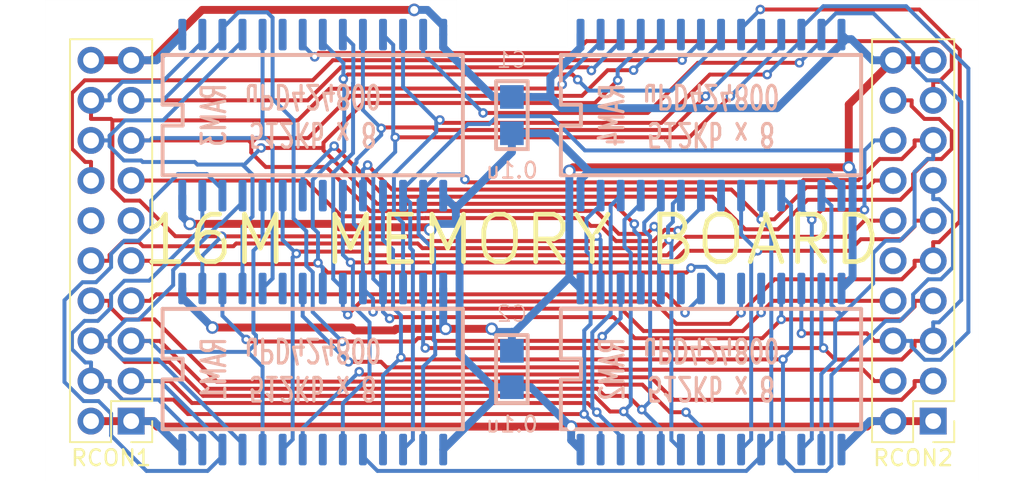
<source format=kicad_pcb>
(kicad_pcb (version 20240108) (generator "pcbnew") (generator_version "8.0")
  (layers (0 "F.Cu" signal) (31 "B.Cu" signal) (34 "B.Paste" user) (35 "F.Paste" user) (36 "B.SilkS" user "B.Silkscreen") (37 "F.SilkS" user "F.Silkscreen") (38 "B.Mask" user) (39 "F.Mask" user) (44 "Edge.Cuts" user))
  (net 0 "")
  (net 2 "/D1.Sys")
  (net 3 "/A9.RAM")
  (net 4 "/VREG.5V")
  (net 5 "/~{OE}.RAM1")
  (net 6 "/A7.RAM")
  (net 7 "/A8.RAM")
  (net 8 "/A0.RAM")
  (net 10 "/A5.RAM")
  (net 11 "/D0.Sys")
  (net 12 "/D6.Sys")
  (net 13 "/A2.RAM")
  (net 14 "/A3.RAM")
  (net 15 "/D3.Sys")
  (net 16 "/~{WE}.RAM1")
  (net 17 "/~{CAS}.RAM1-3")
  (net 18 "/D2.Sys")
  (net 19 "/D4.Sys")
  (net 20 "/A4.RAM")
  (net 21 "/D7.Sys")
  (net 22 "/D5.Sys")
  (net 23 "/A1.RAM")
  (net 24 "/~{RAS}.RAM")
  (net 25 "/A6.RAM")
  (net 26 "/GND")
  (net 29 "/~{CAS}.RAM2-4")
  (net 30 "/~{OE}.RAM2")
  (net 31 "/~{WE}.RAM2")
  (net 33 "/~{OE}.RAM3")
  (net 35 "/~{WE}.RAM3")
  (net 36 "/~{OE}.RAM4")
  (net 39 "/~{WE}.RAM4")
  (footprint "Connector_PinHeader_2.54mm:PinHeader_2x10_P2.54mm_Vertical" (layer "F.Cu") (at 124.515 111.435 180)
    (property "Reference" "RCON1")
    (property "Value" "Add-On RAM Card")
  )
  (footprint "Connector_PinHeader_2.54mm:PinHeader_2x10_P2.54mm_Vertical" (layer "F.Cu") (at 175.265 111.435 180)
    (property "Reference" "RCON2")
    (property "Value" "Add-On RAM Card")
  )
  (footprint "SFIII:uPD424800" (layer "B.Cu") (at 136.005 92.05 180)
    (property "Reference" "RAM3")
    (property "Value" "~")
  )
  (footprint "SFIII:uPD424800" (layer "B.Cu") (at 161.205 108.135 180)
    (property "Reference" "RAM2")
    (property "Value" "~")
  )
  (footprint "SFIII:uPD424800" (layer "B.Cu") (at 136.005 108.135 180)
    (property "Reference" "RAM1")
    (property "Value" "~")
  )
  (footprint "SFIII:uPD424800" (layer "B.Cu") (at 161.205 92.05 180)
    (property "Reference" "RAM4")
    (property "Value" "~")
  )
  (footprint "SFIII:SMD Passive" (layer "B.Cu") (at 148.605 92.05 90)
    (property "Reference" "C1")
    (property "Value" "100 nF")
  )
  (footprint "SFIII:SMD Passive" (layer "B.Cu") (at 148.605 108.135 90)
    (property "Reference" "C2")
    (property "Value" "100 nF")
  )
  (gr_line (start 145.115 87.76) (end 145.115 84.76) (stroke (width 0.002)) (layer "Edge.Cuts"))
  (gr_line (start 119.115 84.76) (end 145.115 84.76) (stroke (width 0.002)) (layer "Edge.Cuts"))
  (gr_line (start 152.115 87.76) (end 152.115 84.76) (stroke (width 0.002)) (layer "Edge.Cuts"))
  (gr_line (start 178.115 84.76) (end 178.115 115.26) (stroke (width 0.002)) (layer "Edge.Cuts"))
  (gr_line (start 152.115 87.76) (end 145.115 87.76) (stroke (width 0.002)) (layer "Edge.Cuts"))
  (gr_line (start 178.115 115.26) (end 119.115 115.26) (stroke (width 0.002)) (layer "Edge.Cuts"))
  (gr_line (start 119.115 115.26) (end 119.115 84.76) (stroke (width 0.002)) (layer "Edge.Cuts"))
  (gr_line (start 152.115 84.76) (end 178.115 84.76) (stroke (width 0.002)) (layer "Edge.Cuts"))
  (gr_text "512Kb x 8\nuPD424800" (at 136.005 106.056042 -180) (layer "B.SilkS") (effects (font (size 1.5 1) (thickness 0.2) (bold yes)) (justify bottom mirror)))
  (gr_text "512Kb x 8\nuPD424800" (at 161.205 89.971042 -180) (layer "B.SilkS") (effects (font (size 1.5 1) (thickness 0.2) (bold yes)) (justify bottom mirror)))
  (gr_text "512Kb x 8\nuPD424800" (at 136.005 89.971042 -180) (layer "B.SilkS") (effects (font (size 1.5 1) (thickness 0.2) (bold yes)) (justify bottom mirror)))
  (gr_text "512Kb x 8\nuPD424800" (at 161.205 106.056042 -180) (layer "B.SilkS") (effects (font (size 1.5 1) (thickness 0.2) (bold yes)) (justify bottom mirror)))
  (gr_text "16M MEMORY BOARD" (at 148.615 101.711 0) (layer "F.SilkS") (effects (font (size 3 3) (thickness 0.3)) (justify bottom)))
  (segment (start 123.9606 110.0717) (end 127.189 110.0717) (width 0.25) (layer "F.Cu") (net 2))
  (segment (start 128.1041 110.9868) (end 153.1764 110.9868) (width 0.25) (layer "F.Cu") (net 2))
  (segment (start 127.189 110.0717) (end 128.1041 110.9868) (width 0.25) (layer "F.Cu") (net 2))
  (segment (start 121.975 108.895) (end 123.1517 108.895) (width 0.25) (layer "F.Cu") (net 2))
  (segment (start 123.1517 108.895) (end 123.1517 109.2628) (width 0.25) (layer "F.Cu") (net 2))
  (segment (start 123.1517 109.2628) (end 123.9606 110.0717) (width 0.25) (layer "F.Cu") (net 2))
  (via (at 153.1764 110.9868) (size 0.6) (drill 0.3) (layers "F.Cu" "B.Cu") (net 2))
  (segment (start 129.02 112.8435) (end 129.02 113.235) (width 0.25) (layer "B.Cu") (net 2))
  (segment (start 153.3226 98.6304) (end 153.3226 100.6767) (width 0.25) (layer "B.Cu") (net 2))
  (segment (start 123.245 104.2458) (end 123.245 103.3842) (width 0.25) (layer "B.Cu") (net 2))
  (segment (start 122.4058 105.085) (end 123.245 104.2458) (width 0.25) (layer "B.Cu") (net 2))
  (segment (start 120.769 105.8752) (end 121.5592 105.085) (width 0.25) (layer "B.Cu") (net 2))
  (segment (start 121.975 107.7183) (end 121.6073 107.7183) (width 0.25) (layer "B.Cu") (net 2))
  (segment (start 122.5634 108.895) (end 121.975 108.895) (width 0.25) (layer "B.Cu") (net 2))
  (segment (start 153.1844 110.9868) (end 153.1764 110.9868) (width 0.25) (layer "B.Cu") (net 2))
  (segment (start 123.1517 108.895) (end 123.1517 109.2628) (width 0.25) (layer "B.Cu") (net 2))
  (segment (start 124.092 102.5372) (end 125.6525 102.5372) (width 0.25) (layer "B.Cu") (net 2))
  (segment (start 154.22 112.0224) (end 154.22 113.235) (width 0.25) (layer "B.Cu") (net 2))
  (segment (start 129.02 99.1697) (end 129.02 97.15) (width 0.25) (layer "B.Cu") (net 2))
  (segment (start 122.5634 108.895) (end 123.1517 108.895) (width 0.25) (layer "B.Cu") (net 2))
  (segment (start 120.769 106.88) (end 120.769 105.8752) (width 0.25) (layer "B.Cu") (net 2))
  (segment (start 154.22 97.733) (end 153.3226 98.6304) (width 0.25) (layer "B.Cu") (net 2))
  (segment (start 153.5849 100.939) (end 153.5849 105.2873) (width 0.25) (layer "B.Cu") (net 2))
  (segment (start 153.1844 110.9868) (end 154.22 112.0224) (width 0.25) (layer "B.Cu") (net 2))
  (segment (start 153.1844 105.6878) (end 153.1844 110.9868) (width 0.25) (layer "B.Cu") (net 2))
  (segment (start 153.3226 100.6767) (end 153.5849 100.939) (width 0.25) (layer "B.Cu") (net 2))
  (segment (start 123.9606 110.0717) (end 126.2482 110.0717) (width 0.25) (layer "B.Cu") (net 2))
  (segment (start 121.975 108.895) (end 121.975 107.7183) (width 0.25) (layer "B.Cu") (net 2))
  (segment (start 121.5592 105.085) (end 122.4058 105.085) (width 0.25) (layer "B.Cu") (net 2))
  (segment (start 154.22 97.15) (end 154.22 97.733) (width 0.25) (layer "B.Cu") (net 2))
  (segment (start 121.6073 107.7183) (end 120.769 106.88) (width 0.25) (layer "B.Cu") (net 2))
  (segment (start 123.245 103.3842) (end 124.092 102.5372) (width 0.25) (layer "B.Cu") (net 2))
  (segment (start 123.1517 109.2628) (end 123.9606 110.0717) (width 0.25) (layer "B.Cu") (net 2))
  (segment (start 153.5849 105.2873) (end 153.1844 105.6878) (width 0.25) (layer "B.Cu") (net 2))
  (segment (start 126.2482 110.0717) (end 129.02 112.8435) (width 0.25) (layer "B.Cu") (net 2))
  (segment (start 125.6525 102.5372) (end 129.02 99.1697) (width 0.25) (layer "B.Cu") (net 2))
  (segment (start 175.265 100.8) (end 175.265 100.0983) (width 0.25) (layer "F.Cu") (net 3))
  (segment (start 139.0551 103.856) (end 138.22 104.6911) (width 0.25) (layer "F.Cu") (net 3))
  (segment (start 176.9463 87.9199) (end 174.3861 85.3597) (width 0.25) (layer "F.Cu") (net 3))
  (segment (start 175.265 101.275) (end 174.0883 101.275) (width 0.25) (layer "F.Cu") (net 3))
  (segment (start 162.4025 105.2733) (end 159.0137 105.2733) (width 0.25) (layer "F.Cu") (net 3))
  (segment (start 175.265 100.0983) (end 175.6327 100.0983) (width 0.25) (layer "F.Cu") (net 3))
  (segment (start 165.2241 102.4517) (end 163.11 104.5658) (width 0.25) (layer "F.Cu") (net 3))
  (segment (start 173.2794 102.4517) (end 165.2241 102.4517) (width 0.25) (layer "F.Cu") (net 3))
  (segment (start 159.0137 105.2733) (end 157.5964 103.856) (width 0.25) (layer "F.Cu") (net 3))
  (segment (start 175.265 101.275) (end 175.265 100.8) (width 0.25) (layer "F.Cu") (net 3))
  (segment (start 163.11 104.5658) (end 162.4025 105.2733) (width 0.25) (layer "F.Cu") (net 3))
  (segment (start 174.3861 85.3597) (end 164.3273 85.3597) (width 0.25) (layer "F.Cu") (net 3))
  (segment (start 157.5964 103.856) (end 139.0551 103.856) (width 0.25) (layer "F.Cu") (net 3))
  (segment (start 174.0883 101.6428) (end 173.2794 102.4517) (width 0.25) (layer "F.Cu") (net 3))
  (segment (start 174.0883 101.275) (end 174.0883 101.6428) (width 0.25) (layer "F.Cu") (net 3))
  (segment (start 176.9463 98.7847) (end 176.9463 87.9199) (width 0.25) (layer "F.Cu") (net 3))
  (segment (start 175.6327 100.0983) (end 176.9463 98.7847) (width 0.25) (layer "F.Cu") (net 3))
  (via (at 164.3273 85.3597) (size 0.6) (drill 0.3) (layers "F.Cu" "B.Cu") (net 3))
  (via (at 163.11 104.5658) (size 0.6) (drill 0.3) (layers "F.Cu" "B.Cu") (net 3))
  (via (at 138.22 104.6911) (size 0.6) (drill 0.3) (layers "F.Cu" "B.Cu") (net 3))
  (segment (start 164.3273 85.3597) (end 163.11 86.577) (width 0.25) (layer "B.Cu") (net 3))
  (segment (start 137.91 104.3811) (end 138.22 104.6911) (width 0.25) (layer "B.Cu") (net 3))
  (segment (start 137.2991 102.4241) (end 137.91 103.035) (width 0.25) (layer "B.Cu") (net 3))
  (segment (start 137.91 103.035) (end 137.91 104.3811) (width 0.25) (layer "B.Cu") (net 3))
  (segment (start 137.91 86.95) (end 138.5691 87.6091) (width 0.25) (layer "B.Cu") (net 3))
  (segment (start 138.5691 90.0126) (end 138.5559 90.0258) (width 0.25) (layer "B.Cu") (net 3))
  (segment (start 163.11 104.5658) (end 163.11 103.035) (width 0.25) (layer "B.Cu") (net 3))
  (segment (start 138.5559 90.0258) (end 138.5559 94.4549) (width 0.25) (layer "B.Cu") (net 3))
  (segment (start 138.5691 87.6091) (end 138.5691 90.0126) (width 0.25) (layer "B.Cu") (net 3))
  (segment (start 138.5559 94.4549) (end 137.2991 95.7117) (width 0.25) (layer "B.Cu") (net 3))
  (segment (start 163.11 86.577) (end 163.11 86.95) (width 0.25) (layer "B.Cu") (net 3))
  (segment (start 137.2991 95.7117) (end 137.2991 102.4241) (width 0.25) (layer "B.Cu") (net 3))
  (segment (start 138.4696 105.5046) (end 129.6516 105.5046) (width 0.5) (layer "F.Cu") (net 4))
  (segment (start 124.515 88.575) (end 125.8167 88.575) (width 0.5) (layer "F.Cu") (net 4))
  (segment (start 121.975 88.575) (end 124.515 88.575) (width 0.5) (layer "F.Cu") (net 4))
  (segment (start 125.8167 88.575) (end 129.0044 85.3873) (width 0.5) (layer "F.Cu") (net 4))
  (segment (start 169.9231 95.3599) (end 169.9231 91.3769) (width 0.5) (layer "F.Cu") (net 4))
  (segment (start 129.0044 85.3873) (end 142.424 85.3873) (width 0.5) (layer "F.Cu") (net 4))
  (segment (start 141.1804 105.6877) (end 138.6527 105.6877) (width 0.5) (layer "F.Cu") (net 4))
  (segment (start 169.9231 95.3599) (end 152.4663 95.3599) (width 0.5) (layer "F.Cu") (net 4))
  (segment (start 141.2798 105.5883) (end 141.1804 105.6877) (width 0.5) (layer "F.Cu") (net 4))
  (segment (start 175.265 88.575) (end 173.9633 88.575) (width 0.5) (layer "F.Cu") (net 4))
  (segment (start 172.725 88.575) (end 173.9633 88.575) (width 0.5) (layer "F.Cu") (net 4))
  (segment (start 144.4138 105.5883) (end 147.329 105.5883) (width 0.5) (layer "F.Cu") (net 4))
  (segment (start 144.4138 105.5883) (end 141.2798 105.5883) (width 0.5) (layer "F.Cu") (net 4))
  (segment (start 152.4663 95.3599) (end 152.2416 95.5846) (width 0.5) (layer "F.Cu") (net 4))
  (segment (start 169.9231 91.3769) (end 172.725 88.575) (width 0.5) (layer "F.Cu") (net 4))
  (segment (start 138.6527 105.6877) (end 138.4696 105.5046) (width 0.5) (layer "F.Cu") (net 4))
  (via (at 147.329 105.5883) (size 0.8) (drill 0.5) (layers "F.Cu" "B.Cu") (net 4))
  (via (at 144.4138 105.5883) (size 0.8) (drill 0.5) (layers "F.Cu" "B.Cu") (net 4))
  (via (at 169.9231 95.3599) (size 0.8) (drill 0.5) (layers "F.Cu" "B.Cu") (net 4))
  (via (at 129.6516 105.5046) (size 0.8) (drill 0.5) (layers "F.Cu" "B.Cu") (net 4))
  (via (at 152.2416 95.5846) (size 0.8) (drill 0.5) (layers "F.Cu" "B.Cu") (net 4))
  (via (at 142.424 85.3873) (size 0.8) (drill 0.5) (layers "F.Cu" "B.Cu") (net 4))
  (segment (start 148.7849 105.7833) (end 152.2416 102.3266) (width 0.5) (layer "B.Cu") (net 4))
  (segment (start 148.605 90.9) (end 149.8067 90.9) (width 0.5) (layer "B.Cu") (net 4))
  (segment (start 147.524 105.7833) (end 147.329 105.5883) (width 0.5) (layer "B.Cu") (net 4))
  (segment (start 165.3821 91.6097) (end 151.7502 91.6097) (width 0.5) (layer "B.Cu") (net 4))
  (segment (start 152.2416 102.3266) (end 152.95 103.035) (width 0.5) (layer "B.Cu") (net 4))
  (segment (start 148.605 105.7833) (end 148.7849 105.7833) (width 0.5) (layer "B.Cu") (net 4))
  (segment (start 170.1637 102.3313) (end 169.46 103.035) (width 0.5) (layer "B.Cu") (net 4))
  (segment (start 142.424 85.3873) (end 143.2556 85.3873) (width 0.5) (layer "B.Cu") (net 4))
  (segment (start 144.26 105.4345) (end 144.4138 105.5883) (width 0.5) (layer "B.Cu") (net 4))
  (segment (start 152.95 86.95) (end 152.95 87.7663) (width 0.5) (layer "B.Cu") (net 4))
  (segment (start 127.75 103.035) (end 127.75 103.603) (width 0.5) (layer "B.Cu") (net 4))
  (segment (start 169.7509 87.2409) (end 169.46 86.95) (width 0.5) (layer "B.Cu") (net 4))
  (segment (start 147.4033 90.9) (end 144.26 87.7567) (width 0.5) (layer "B.Cu") (net 4))
  (segment (start 169.9231 95.3599) (end 170.1637 95.6005) (width 0.5) (layer "B.Cu") (net 4))
  (segment (start 126.125 88.575) (end 127.75 86.95) (width 0.5) (layer "B.Cu") (net 4))
  (segment (start 144.26 86.3917) (end 144.26 86.95) (width 0.5) (layer "B.Cu") (net 4))
  (segment (start 144.26 87.7567) (end 144.26 86.95) (width 0.5) (layer "B.Cu") (net 4))
  (segment (start 148.605 90.9) (end 147.4033 90.9) (width 0.5) (layer "B.Cu") (net 4))
  (segment (start 152.2416 95.5846) (end 152.2416 102.3266) (width 0.5) (layer "B.Cu") (net 4))
  (segment (start 127.75 103.603) (end 129.6516 105.5046) (width 0.5) (layer "B.Cu") (net 4))
  (segment (start 143.2556 85.3873) (end 144.26 86.3917) (width 0.5) (layer "B.Cu") (net 4))
  (segment (start 171.4233 88.575) (end 170.0892 87.2409) (width 0.5) (layer "B.Cu") (net 4))
  (segment (start 151.0405 89.6758) (end 151.0405 90.9) (width 0.5) (layer "B.Cu") (net 4))
  (segment (start 148.605 105.7833) (end 147.524 105.7833) (width 0.5) (layer "B.Cu") (net 4))
  (segment (start 124.515 88.575) (end 126.125 88.575) (width 0.5) (layer "B.Cu") (net 4))
  (segment (start 152.95 87.7663) (end 151.0405 89.6758) (width 0.5) (layer "B.Cu") (net 4))
  (segment (start 169.7509 87.2409) (end 165.3821 91.6097) (width 0.5) (layer "B.Cu") (net 4))
  (segment (start 170.1637 95.6005) (end 170.1637 102.3313) (width 0.5) (layer "B.Cu") (net 4))
  (segment (start 148.605 106.985) (end 148.605 105.7833) (width 0.5) (layer "B.Cu") (net 4))
  (segment (start 172.725 88.575) (end 171.4233 88.575) (width 0.5) (layer "B.Cu") (net 4))
  (segment (start 151.7502 91.6097) (end 151.0405 90.9) (width 0.5) (layer "B.Cu") (net 4))
  (segment (start 144.26 103.035) (end 144.26 105.4345) (width 0.5) (layer "B.Cu") (net 4))
  (segment (start 170.0892 87.2409) (end 169.7509 87.2409) (width 0.5) (layer "B.Cu") (net 4))
  (segment (start 151.0405 90.9) (end 149.8067 90.9) (width 0.5) (layer "B.Cu") (net 4))
  (segment (start 174.0883 109.2627) (end 173.2667 110.0843) (width 0.25) (layer "F.Cu") (net 5))
  (segment (start 154.6141 108.4789) (end 139.12 108.4789) (width 0.25) (layer "F.Cu") (net 5))
  (segment (start 157.4072 108.6583) (end 154.7935 108.6583) (width 0.25) (layer "F.Cu") (net 5))
  (segment (start 173.2667 110.0843) (end 158.8332 110.0843) (width 0.25) (layer "F.Cu") (net 5))
  (segment (start 174.0883 108.895) (end 174.0883 109.2627) (width 0.25) (layer "F.Cu") (net 5))
  (segment (start 158.8332 110.0843) (end 157.4072 108.6583) (width 0.25) (layer "F.Cu") (net 5))
  (segment (start 154.7935 108.6583) (end 154.6141 108.4789) (width 0.25) (layer "F.Cu") (net 5))
  (segment (start 139.12 108.4789) (end 138.9449 108.3038) (width 0.25) (layer "F.Cu") (net 5))
  (segment (start 175.265 108.895) (end 174.0883 108.895) (width 0.25) (layer "F.Cu") (net 5))
  (via (at 138.9449 108.3038) (size 0.6) (drill 0.3) (layers "F.Cu" "B.Cu") (net 5))
  (segment (start 135.37 113.235) (end 135.37 111.8787) (width 0.25) (layer "B.Cu") (net 5))
  (segment (start 135.37 111.8787) (end 138.9449 108.3038) (width 0.25) (layer "B.Cu") (net 5))
  (segment (start 165.2057 98.6548) (end 164.38 98.6548) (width 0.25) (layer "F.Cu") (net 6))
  (segment (start 162.4916 96.7664) (end 141.0284 96.7664) (width 0.25) (layer "F.Cu") (net 6))
  (segment (start 164.38 98.6548) (end 162.4916 96.7664) (width 0.25) (layer "F.Cu") (net 6))
  (segment (start 141.0284 96.7664) (end 139.4797 95.2177) (width 0.25) (layer "F.Cu") (net 6))
  (segment (start 171.1284 96.6149) (end 167.2456 96.6149) (width 0.25) (layer "F.Cu") (net 6))
  (segment (start 171.5483 96.195) (end 171.1284 96.6149) (width 0.25) (layer "F.Cu") (net 6))
  (segment (start 167.2456 96.6149) (end 165.2057 98.6548) (width 0.25) (layer "F.Cu") (net 6))
  (segment (start 172.725 96.195) (end 171.5483 96.195) (width 0.25) (layer "F.Cu") (net 6))
  (via (at 164.38 98.6548) (size 0.6) (drill 0.3) (layers "F.Cu" "B.Cu") (net 6))
  (via (at 139.4797 95.2177) (size 0.6) (drill 0.3) (layers "F.Cu" "B.Cu") (net 6))
  (segment (start 139.18 113.6681) (end 140.0993 114.5874) (width 0.25) (layer "B.Cu") (net 6))
  (segment (start 164.38 113.6493) (end 164.38 113.235) (width 0.25) (layer "B.Cu") (net 6))
  (segment (start 139.18 95.5174) (end 139.4797 95.2177) (width 0.25) (layer "B.Cu") (net 6))
  (segment (start 139.18 113.235) (end 139.18 113.6681) (width 0.25) (layer "B.Cu") (net 6))
  (segment (start 165.02 112.595) (end 164.38 113.235) (width 0.25) (layer "B.Cu") (net 6))
  (segment (start 139.18 97.15) (end 139.18 95.5174) (width 0.25) (layer "B.Cu") (net 6))
  (segment (start 140.0993 114.5874) (end 163.4419 114.5874) (width 0.25) (layer "B.Cu") (net 6))
  (segment (start 164.38 98.6548) (end 165.02 99.2948) (width 0.25) (layer "B.Cu") (net 6))
  (segment (start 165.02 99.2948) (end 165.02 112.595) (width 0.25) (layer "B.Cu") (net 6))
  (segment (start 163.4419 114.5874) (end 164.38 113.6493) (width 0.25) (layer "B.Cu") (net 6))
  (segment (start 164.38 97.15) (end 164.38 98.6548) (width 0.25) (layer "B.Cu") (net 6))
  (segment (start 169.9577 100.6438) (end 164.155 100.6438) (width 0.25) (layer "F.Cu") (net 7))
  (segment (start 158.7974 101.3818) (end 138.3976 101.3818) (width 0.25) (layer "F.Cu") (net 7))
  (segment (start 174.0883 99.1028) (end 173.2794 99.9117) (width 0.25) (layer "F.Cu") (net 7))
  (segment (start 173.2794 99.9117) (end 170.6898 99.9117) (width 0.25) (layer "F.Cu") (net 7))
  (segment (start 159.5354 100.6438) (end 158.7974 101.3818) (width 0.25) (layer "F.Cu") (net 7))
  (segment (start 164.155 100.6438) (end 159.5354 100.6438) (width 0.25) (layer "F.Cu") (net 7))
  (segment (start 174.0883 98.735) (end 174.0883 99.1028) (width 0.25) (layer "F.Cu") (net 7))
  (segment (start 175.265 98.735) (end 174.0883 98.735) (width 0.25) (layer "F.Cu") (net 7))
  (segment (start 170.6898 99.9117) (end 169.9577 100.6438) (width 0.25) (layer "F.Cu") (net 7))
  (via (at 164.155 100.6438) (size 0.6) (drill 0.3) (layers "F.Cu" "B.Cu") (net 7))
  (via (at 138.3976 101.3818) (size 0.6) (drill 0.3) (layers "F.Cu" "B.Cu") (net 7))
  (segment (start 139.5987 105.1801) (end 138.545 104.1264) (width 0.25) (layer "B.Cu") (net 7))
  (segment (start 138.545 101.5292) (end 138.3976 101.3818) (width 0.25) (layer "B.Cu") (net 7))
  (segment (start 137.91 113.235) (end 137.91 110.3044) (width 0.25) (layer "B.Cu") (net 7))
  (segment (start 138.3976 101.3818) (end 137.91 100.8942) (width 0.25) (layer "B.Cu") (net 7))
  (segment (start 163.7472 101.0516) (end 163.7472 112.5978) (width 0.25) (layer "B.Cu") (net 7))
  (segment (start 163.11 99.5988) (end 163.11 97.15) (width 0.25) (layer "B.Cu") (net 7))
  (segment (start 138.545 104.1264) (end 138.545 101.5292) (width 0.25) (layer "B.Cu") (net 7))
  (segment (start 164.155 100.6438) (end 163.11 99.5988) (width 0.25) (layer "B.Cu") (net 7))
  (segment (start 137.91 100.8942) (end 137.91 97.15) (width 0.25) (layer "B.Cu") (net 7))
  (segment (start 164.155 100.6438) (end 163.7472 101.0516) (width 0.25) (layer "B.Cu") (net 7))
  (segment (start 139.5987 108.6157) (end 139.5987 105.1801) (width 0.25) (layer "B.Cu") (net 7))
  (segment (start 137.91 110.3044) (end 139.5987 108.6157) (width 0.25) (layer "B.Cu") (net 7))
  (segment (start 163.7472 112.5978) (end 163.11 113.235) (width 0.25) (layer "B.Cu") (net 7))
  (segment (start 140.392 92.832) (end 143.6293 92.832) (width 0.25) (layer "F.Cu") (net 8))
  (segment (start 156.9352 105.725) (end 163.2117 105.725) (width 0.25) (layer "F.Cu") (net 8))
  (segment (start 163.2117 105.725) (end 164.3776 104.5591) (width 0.25) (layer "F.Cu") (net 8))
  (segment (start 143.7899 92.9926) (end 158.721 92.9926) (width 0.25) (layer "F.Cu") (net 8))
  (segment (start 140.3371 92.8869) (end 140.392 92.832) (width 0.25) (layer "F.Cu") (net 8))
  (segment (start 164.3776 104.5591) (end 165.1217 103.815) (width 0.25) (layer "F.Cu") (net 8))
  (segment (start 165.1217 103.815) (end 172.725 103.815) (width 0.25) (layer "F.Cu") (net 8))
  (segment (start 158.721 92.9926) (end 160.8564 90.8572) (width 0.25) (layer "F.Cu") (net 8))
  (segment (start 140.0237 104.3092) (end 155.5194 104.3092) (width 0.25) (layer "F.Cu") (net 8))
  (segment (start 143.6293 92.832) (end 143.7899 92.9926) (width 0.25) (layer "F.Cu") (net 8))
  (segment (start 139.822 104.5109) (end 140.0237 104.3092) (width 0.25) (layer "F.Cu") (net 8))
  (segment (start 155.5194 104.3092) (end 156.9352 105.725) (width 0.25) (layer "F.Cu") (net 8))
  (via (at 164.3776 104.5591) (size 0.6) (drill 0.3) (layers "F.Cu" "B.Cu") (net 8))
  (via (at 160.8564 90.8572) (size 0.6) (drill 0.3) (layers "F.Cu" "B.Cu") (net 8))
  (via (at 139.822 104.5109) (size 0.6) (drill 0.3) (layers "F.Cu" "B.Cu") (net 8))
  (via (at 140.3371 92.8869) (size 0.6) (drill 0.3) (layers "F.Cu" "B.Cu") (net 8))
  (segment (start 139.822 103.677) (end 139.822 104.5109) (width 0.25) (layer "B.Cu") (net 8))
  (segment (start 164.38 86.95) (end 164.38 87.3336) (width 0.25) (layer "B.Cu") (net 8))
  (segment (start 140.3371 92.8869) (end 139.18 91.7298) (width 0.25) (layer "B.Cu") (net 8))
  (segment (start 140.3371 92.8869) (end 140.3371 93.3125) (width 0.25) (layer "B.Cu") (net 8))
  (segment (start 140.3371 93.3125) (end 138.7722 94.8774) (width 0.25) (layer "B.Cu") (net 8))
  (segment (start 139.18 91.7298) (end 139.18 86.95) (width 0.25) (layer "B.Cu") (net 8))
  (segment (start 164.38 104.5567) (end 164.3776 104.5591) (width 0.25) (layer "B.Cu") (net 8))
  (segment (start 138.7722 94.8774) (end 138.7722 95.0587) (width 0.25) (layer "B.Cu") (net 8))
  (segment (start 164.38 87.3336) (end 160.8564 90.8572) (width 0.25) (layer "B.Cu") (net 8))
  (segment (start 138.6018 98.9398) (end 139.18 99.518) (width 0.25) (layer "B.Cu") (net 8))
  (segment (start 139.18 99.518) (end 139.18 103.035) (width 0.25) (layer "B.Cu") (net 8))
  (segment (start 138.6018 95.2291) (end 138.6018 98.9398) (width 0.25) (layer "B.Cu") (net 8))
  (segment (start 138.7722 95.0587) (end 138.6018 95.2291) (width 0.25) (layer "B.Cu") (net 8))
  (segment (start 139.18 103.035) (end 139.822 103.677) (width 0.25) (layer "B.Cu") (net 8))
  (segment (start 164.38 103.035) (end 164.38 104.5567) (width 0.25) (layer "B.Cu") (net 8))
  (segment (start 170.9154 98.0465) (end 168.2195 98.0465) (width 0.25) (layer "F.Cu") (net 10))
  (segment (start 168.2195 98.0465) (end 167.5833 98.6827) (width 0.25) (layer "F.Cu") (net 10))
  (via (at 167.5833 98.6827) (size 0.6) (drill 0.3) (layers "F.Cu" "B.Cu") (net 10))
  (via (at 170.9154 98.0465) (size 0.6) (drill 0.3) (layers "F.Cu" "B.Cu") (net 10))
  (segment (start 145.8243 92.6192) (end 147.1698 92.6192) (width 0.25) (layer "B.Cu") (net 10))
  (segment (start 147.1698 92.6192) (end 147.6657 92.1233) (width 0.25) (layer "B.Cu") (net 10))
  (segment (start 142.1722 97.6022) (end 142.1722 100.4658) (width 0.25) (layer "B.Cu") (net 10))
  (segment (start 147.6657 92.1233) (end 151.0619 92.1233) (width 0.25) (layer "B.Cu") (net 10))
  (segment (start 142.3426 100.6362) (end 142.3426 112.6124) (width 0.25) (layer "B.Cu") (net 10))
  (segment (start 170.9154 94.2879) (end 171.5483 93.655) (width 0.25) (layer "B.Cu") (net 10))
  (segment (start 167.5833 112.5717) (end 166.92 113.235) (width 0.25) (layer "B.Cu") (net 10))
  (segment (start 151.0619 92.1233) (end 153.2265 94.2879) (width 0.25) (layer "B.Cu") (net 10))
  (segment (start 166.92 97.15) (end 166.92 98.0194) (width 0.25) (layer "B.Cu") (net 10))
  (segment (start 142.3426 112.6124) (end 141.72 113.235) (width 0.25) (layer "B.Cu") (net 10))
  (segment (start 167.5833 98.6827) (end 167.5833 112.5717) (width 0.25) (layer "B.Cu") (net 10))
  (segment (start 142.1722 100.4658) (end 142.3426 100.6362) (width 0.25) (layer "B.Cu") (net 10))
  (segment (start 141.72 97.15) (end 141.72 96.7235) (width 0.25) (layer "B.Cu") (net 10))
  (segment (start 166.92 98.0194) (end 167.5833 98.6827) (width 0.25) (layer "B.Cu") (net 10))
  (segment (start 172.725 93.655) (end 171.5483 93.655) (width 0.25) (layer "B.Cu") (net 10))
  (segment (start 170.9154 94.2879) (end 170.9154 98.0465) (width 0.25) (layer "B.Cu") (net 10))
  (segment (start 141.72 97.15) (end 142.1722 97.6022) (width 0.25) (layer "B.Cu") (net 10))
  (segment (start 153.2265 94.2879) (end 170.9154 94.2879) (width 0.25) (layer "B.Cu") (net 10))
  (segment (start 141.72 96.7235) (end 145.8243 92.6192) (width 0.25) (layer "B.Cu") (net 10))
  (segment (start 123.2332 92.2917) (end 123.3265 92.385) (width 0.25) (layer "F.Cu") (net 11))
  (segment (start 123.3265 92.385) (end 135.0627 92.385) (width 0.25) (layer "F.Cu") (net 11))
  (segment (start 121.975 92.2917) (end 123.2332 92.2917) (width 0.25) (layer "F.Cu") (net 11))
  (segment (start 142.8372 99.7313) (end 130.253 99.7313) (width 0.25) (layer "F.Cu") (net 11))
  (segment (start 153.9882 99.7161) (end 153.6776 100.0267) (width 0.25) (layer "F.Cu") (net 11))
  (segment (start 137.068 90.3797) (end 138.202 90.3797) (width 0.25) (layer "F.Cu") (net 11))
  (segment (start 138.214 90.3677) (end 151.5271 90.3677) (width 0.25) (layer "F.Cu") (net 11))
  (segment (start 135.0627 92.385) (end 137.068 90.3797) (width 0.25) (layer "F.Cu") (net 11))
  (segment (start 125.0566 97.465) (end 124.0842 97.465) (width 0.25) (layer "F.Cu") (net 11))
  (segment (start 151.5271 90.3677) (end 151.7922 90.1026) (width 0.25) (layer "F.Cu") (net 11))
  (segment (start 130.2453 99.7236) (end 127.3152 99.7236) (width 0.25) (layer "F.Cu") (net 11))
  (segment (start 124.0842 97.465) (end 123.3265 96.7073) (width 0.25) (layer "F.Cu") (net 11))
  (segment (start 153.6776 100.0267) (end 143.1326 100.0267) (width 0.25) (layer "F.Cu") (net 11))
  (segment (start 138.202 90.3797) (end 138.214 90.3677) (width 0.25) (layer "F.Cu") (net 11))
  (segment (start 130.253 99.7313) (end 130.2453 99.7236) (width 0.25) (layer "F.Cu") (net 11))
  (segment (start 123.3265 96.7073) (end 123.3265 92.385) (width 0.25) (layer "F.Cu") (net 11))
  (segment (start 127.3152 99.7236) (end 125.0566 97.465) (width 0.25) (layer "F.Cu") (net 11))
  (segment (start 121.975 91.115) (end 121.975 92.2917) (width 0.25) (layer "F.Cu") (net 11))
  (segment (start 143.1326 100.0267) (end 142.8372 99.7313) (width 0.25) (layer "F.Cu") (net 11))
  (via (at 130.2453 99.7236) (size 0.6) (drill 0.3) (layers "F.Cu" "B.Cu") (net 11))
  (via (at 151.7922 90.1026) (size 0.6) (drill 0.3) (layers "F.Cu" "B.Cu") (net 11))
  (via (at 153.9882 99.7161) (size 0.6) (drill 0.3) (layers "F.Cu" "B.Cu") (net 11))
  (segment (start 151.7922 89.8392) (end 151.7922 90.1026) (width 0.25) (layer "B.Cu") (net 11))
  (segment (start 129.02 87.4143) (end 129.02 86.95) (width 0.25) (layer "B.Cu") (net 11))
  (segment (start 121.975 91.115) (end 123.1517 91.115) (width 0.25) (layer "B.Cu") (net 11))
  (segment (start 129.02 100.9489) (end 130.2453 99.7236) (width 0.25) (layer "B.Cu") (net 11))
  (segment (start 123.1517 90.7472) (end 123.9606 89.9383) (width 0.25) (layer "B.Cu") (net 11))
  (segment (start 126.496 89.9383) (end 129.02 87.4143) (width 0.25) (layer "B.Cu") (net 11))
  (segment (start 129.02 103.035) (end 129.02 100.9489) (width 0.25) (layer "B.Cu") (net 11))
  (segment (start 154.22 99.9479) (end 153.9882 99.7161) (width 0.25) (layer "B.Cu") (net 11))
  (segment (start 154.22 87.4114) (end 151.7922 89.8392) (width 0.25) (layer "B.Cu") (net 11))
  (segment (start 123.9606 89.9383) (end 126.496 89.9383) (width 0.25) (layer "B.Cu") (net 11))
  (segment (start 154.22 103.035) (end 154.22 99.9479) (width 0.25) (layer "B.Cu") (net 11))
  (segment (start 123.1517 91.115) (end 123.1517 90.7472) (width 0.25) (layer "B.Cu") (net 11))
  (segment (start 154.22 86.95) (end 154.22 87.4114) (width 0.25) (layer "B.Cu") (net 11))
  (segment (start 154.665 89.2057) (end 156.3041 89.2057) (width 0.25) (layer "F.Cu") (net 12))
  (segment (start 153.0413 90.8294) (end 154.665 89.2057) (width 0.25) (layer "F.Cu") (net 12))
  (segment (start 132.4283 93.5044) (end 135.7161 93.5044) (width 0.25) (layer "F.Cu") (net 12))
  (segment (start 153.9236 98.1215) (end 142.9502 98.1215) (width 0.25) (layer "F.Cu") (net 12))
  (segment (start 138.3911 90.8294) (end 153.0413 90.8294) (width 0.25) (layer "F.Cu") (net 12))
  (segment (start 131.9479 93.655) (end 125.6917 93.655) (width 0.25) (layer "F.Cu") (net 12))
  (segment (start 142.9502 98.1215) (end 142.9455 98.1262) (width 0.25) (layer "F.Cu") (net 12))
  (segment (start 155.3771 99.575) (end 153.9236 98.1215) (width 0.25) (layer "F.Cu") (net 12))
  (segment (start 139.6565 98.1262) (end 136.8679 95.3376) (width 0.25) (layer "F.Cu") (net 12))
  (segment (start 124.515 93.655) (end 125.6917 93.655) (width 0.25) (layer "F.Cu") (net 12))
  (segment (start 133.029 95.3376) (end 132.1128 94.4214) (width 0.25) (layer "F.Cu") (net 12))
  (segment (start 135.7161 93.5044) (end 138.3911 90.8294) (width 0.25) (layer "F.Cu") (net 12))
  (segment (start 136.8679 95.3376) (end 133.029 95.3376) (width 0.25) (layer "F.Cu") (net 12))
  (segment (start 142.9455 98.1262) (end 139.6565 98.1262) (width 0.25) (layer "F.Cu") (net 12))
  (segment (start 132.1128 94.4214) (end 132.1128 93.8199) (width 0.25) (layer "F.Cu") (net 12))
  (segment (start 132.1128 93.8199) (end 132.4283 93.5044) (width 0.25) (layer "F.Cu") (net 12))
  (segment (start 157.6079 99.1094) (end 157.1423 99.575) (width 0.25) (layer "F.Cu") (net 12))
  (segment (start 132.1128 93.8199) (end 131.9479 93.655) (width 0.25) (layer "F.Cu") (net 12))
  (segment (start 157.1423 99.575) (end 155.3771 99.575) (width 0.25) (layer "F.Cu") (net 12))
  (via (at 157.6079 99.1094) (size 0.6) (drill 0.3) (layers "F.Cu" "B.Cu") (net 12))
  (via (at 156.3041 89.2057) (size 0.6) (drill 0.3) (layers "F.Cu" "B.Cu") (net 12))
  (segment (start 132.83 93.5044) (end 125.8423 93.5044) (width 0.25) (layer "B.Cu") (net 12))
  (segment (start 158.03 86.95) (end 158.03 87.4798) (width 0.25) (layer "B.Cu") (net 12))
  (segment (start 133.465 93.9703) (end 132.9991 93.5044) (width 0.25) (layer "B.Cu") (net 12))
  (segment (start 157.9209 99.4224) (end 157.9209 102.9259) (width 0.25) (layer "B.Cu") (net 12))
  (segment (start 158.03 87.4798) (end 156.3041 89.2057) (width 0.25) (layer "B.Cu") (net 12))
  (segment (start 157.6079 99.1094) (end 157.9209 99.4224) (width 0.25) (layer "B.Cu") (net 12))
  (segment (start 124.515 93.655) (end 125.6917 93.655) (width 0.25) (layer "B.Cu") (net 12))
  (segment (start 132.83 103.035) (end 133.465 102.4) (width 0.25) (layer "B.Cu") (net 12))
  (segment (start 157.9209 102.9259) (end 158.03 103.035) (width 0.25) (layer "B.Cu") (net 12))
  (segment (start 125.8423 93.5044) (end 125.6917 93.655) (width 0.25) (layer "B.Cu") (net 12))
  (segment (start 132.9991 93.5044) (end 132.83 93.5044) (width 0.25) (layer "B.Cu") (net 12))
  (segment (start 133.465 102.4) (end 133.465 93.9703) (width 0.25) (layer "B.Cu") (net 12))
  (segment (start 132.83 93.5044) (end 132.83 86.95) (width 0.25) (layer "B.Cu") (net 12))
  (segment (start 171.0705 105.8772) (end 166.9284 105.8772) (width 0.25) (layer "F.Cu") (net 13))
  (segment (start 144.0505 92.3596) (end 144.2318 92.5409) (width 0.25) (layer "F.Cu") (net 13))
  (segment (start 158.0689 92.5409) (end 161.1266 89.4832) (width 0.25) (layer "F.Cu") (net 13))
  (segment (start 144.2318 92.5409) (end 158.0689 92.5409) (width 0.25) (layer "F.Cu") (net 13))
  (segment (start 161.1266 89.4832) (end 164.7614 89.4832) (width 0.25) (layer "F.Cu") (net 13))
  (segment (start 171.5483 106.355) (end 171.0705 105.8772) (width 0.25) (layer "F.Cu") (net 13))
  (segment (start 172.725 106.355) (end 171.5483 106.355) (width 0.25) (layer "F.Cu") (net 13))
  (via (at 144.0505 92.3596) (size 0.6) (drill 0.3) (layers "F.Cu" "B.Cu") (net 13))
  (via (at 166.9284 105.8772) (size 0.6) (drill 0.3) (layers "F.Cu" "B.Cu") (net 13))
  (via (at 164.7614 89.4832) (size 0.6) (drill 0.3) (layers "F.Cu" "B.Cu") (net 13))
  (segment (start 166.9284 105.8772) (end 166.92 105.8688) (width 0.25) (layer "B.Cu") (net 13))
  (segment (start 164.7614 89.4832) (end 166.92 87.3246) (width 0.25) (layer "B.Cu") (net 13))
  (segment (start 174.7277 107.5487) (end 175.7367 107.5487) (width 0.25) (layer "B.Cu") (net 13))
  (segment (start 175.7367 107.5487) (end 177.4918 105.7936) (width 0.25) (layer "B.Cu") (net 13))
  (segment (start 141.1412 95.8046) (end 141.1412 98.3069) (width 0.25) (layer "B.Cu") (net 13))
  (segment (start 143.8198 93.126) (end 141.1412 95.8046) (width 0.25) (layer "B.Cu") (net 13))
  (segment (start 173.3134 106.355) (end 172.725 106.355) (width 0.25) (layer "B.Cu") (net 13))
  (segment (start 141.72 98.8857) (end 141.72 103.035) (width 0.25) (layer "B.Cu") (net 13))
  (segment (start 168.3096 85.1519) (end 166.92 86.5415) (width 0.25) (layer "B.Cu") (net 13))
  (segment (start 173.5538 85.1519) (end 168.3096 85.1519) (width 0.25) (layer "B.Cu") (net 13))
  (segment (start 143.8198 92.3596) (end 143.8198 93.126) (width 0.25) (layer "B.Cu") (net 13))
  (segment (start 166.92 105.8688) (end 166.92 103.035) (width 0.25) (layer "B.Cu") (net 13))
  (segment (start 173.9017 106.355) (end 173.9017 106.7227) (width 0.25) (layer "B.Cu") (net 13))
  (segment (start 177.4918 89.0899) (end 173.5538 85.1519) (width 0.25) (layer "B.Cu") (net 13))
  (segment (start 141.72 86.95) (end 141.72 90.2598) (width 0.25) (layer "B.Cu") (net 13))
  (segment (start 173.9017 106.7227) (end 174.7277 107.5487) (width 0.25) (layer "B.Cu") (net 13))
  (segment (start 141.1412 98.3069) (end 141.72 98.8857) (width 0.25) (layer "B.Cu") (net 13))
  (segment (start 143.8198 92.3596) (end 144.0505 92.3596) (width 0.25) (layer "B.Cu") (net 13))
  (segment (start 177.4918 105.7936) (end 177.4918 89.0899) (width 0.25) (layer "B.Cu") (net 13))
  (segment (start 173.3134 106.355) (end 173.9017 106.355) (width 0.25) (layer "B.Cu") (net 13))
  (segment (start 141.72 90.2598) (end 143.8198 92.3596) (width 0.25) (layer "B.Cu") (net 13))
  (segment (start 166.92 87.3246) (end 166.92 86.95) (width 0.25) (layer "B.Cu") (net 13))
  (segment (start 166.92 86.5415) (end 166.92 86.95) (width 0.25) (layer "B.Cu") (net 13))
  (segment (start 173.2794 107.5317) (end 169.0483 107.5317) (width 0.25) (layer "F.Cu") (net 14))
  (segment (start 175.265 106.355) (end 174.0883 106.355) (width 0.25) (layer "F.Cu") (net 14))
  (segment (start 168.3218 106.8052) (end 143.1254 106.8052) (width 0.25) (layer "F.Cu") (net 14))
  (segment (start 174.0883 106.355) (end 174.0883 106.7228) (width 0.25) (layer "F.Cu") (net 14))
  (segment (start 174.0883 106.7228) (end 173.2794 107.5317) (width 0.25) (layer "F.Cu") (net 14))
  (segment (start 146.7826 91.9142) (end 157.2 91.9142) (width 0.25) (layer "F.Cu") (net 14))
  (segment (start 157.2 91.9142) (end 160.3776 88.7366) (width 0.25) (layer "F.Cu") (net 14))
  (segment (start 160.3776 88.7366) (end 166.798 88.7366) (width 0.25) (layer "F.Cu") (net 14))
  (segment (start 169.0483 107.5317) (end 168.3218 106.8052) (width 0.25) (layer "F.Cu") (net 14))
  (via (at 143.1254 106.8052) (size 0.6) (drill 0.3) (layers "F.Cu" "B.Cu") (net 14))
  (via (at 146.7826 91.9142) (size 0.6) (drill 0.3) (layers "F.Cu" "B.Cu") (net 14))
  (via (at 166.798 88.7366) (size 0.6) (drill 0.3) (layers "F.Cu" "B.Cu") (net 14))
  (via (at 168.3218 106.8052) (size 0.6) (drill 0.3) (layers "F.Cu" "B.Cu") (net 14))
  (segment (start 168.19 103.035) (end 168.19 106.6734) (width 0.25) (layer "B.Cu") (net 14))
  (segment (start 142.99 103.035) (end 142.99 106.6698) (width 0.25) (layer "B.Cu") (net 14))
  (segment (start 168.19 86.95) (end 168.19 87.3446) (width 0.25) (layer "B.Cu") (net 14))
  (segment (start 175.265 106.355) (end 175.265 105.1783) (width 0.25) (layer "B.Cu") (net 14))
  (segment (start 142.99 88.1216) (end 146.7826 91.9142) (width 0.25) (layer "B.Cu") (net 14))
  (segment (start 175.6299 105.1783) (end 177.0401 103.7681) (width 0.25) (layer "B.Cu") (net 14))
  (segment (start 168.19 86.5214) (end 168.19 86.95) (width 0.25) (layer "B.Cu") (net 14))
  (segment (start 177.0401 103.7681) (end 177.0401 91.2109) (width 0.25) (layer "B.Cu") (net 14))
  (segment (start 142.99 106.6698) (end 143.1254 106.8052) (width 0.25) (layer "B.Cu") (net 14))
  (segment (start 174.001 88.1223) (end 171.4823 85.6036) (width 0.25) (layer "B.Cu") (net 14))
  (segment (start 174.001 88.9899) (end 174.001 88.1223) (width 0.25) (layer "B.Cu") (net 14))
  (segment (start 168.19 87.3446) (end 166.798 88.7366) (width 0.25) (layer "B.Cu") (net 14))
  (segment (start 174.8561 89.845) (end 174.001 88.9899) (width 0.25) (layer "B.Cu") (net 14))
  (segment (start 142.99 86.95) (end 142.99 88.1216) (width 0.25) (layer "B.Cu") (net 14))
  (segment (start 175.265 105.1783) (end 175.6299 105.1783) (width 0.25) (layer "B.Cu") (net 14))
  (segment (start 168.19 106.6734) (end 168.3218 106.8052) (width 0.25) (layer "B.Cu") (net 14))
  (segment (start 177.0401 91.2109) (end 175.6742 89.845) (width 0.25) (layer "B.Cu") (net 14))
  (segment (start 171.4823 85.6036) (end 169.1078 85.6036) (width 0.25) (layer "B.Cu") (net 14))
  (segment (start 169.1078 85.6036) (end 168.19 86.5214) (width 0.25) (layer "B.Cu") (net 14))
  (segment (start 175.6742 89.845) (end 174.8561 89.845) (width 0.25) (layer "B.Cu") (net 14))
  (segment (start 125.6917 108.895) (end 126.9693 108.895) (width 0.25) (layer "F.Cu") (net 15))
  (segment (start 126.9693 108.895) (end 128.3615 110.2872) (width 0.25) (layer "F.Cu") (net 15))
  (segment (start 153.3945 110.2872) (end 153.9782 110.8709) (width 0.25) (layer "F.Cu") (net 15))
  (segment (start 124.515 108.895) (end 125.6917 108.895) (width 0.25) (layer "F.Cu") (net 15))
  (segment (start 128.3615 110.2872) (end 153.3945 110.2872) (width 0.25) (layer "F.Cu") (net 15))
  (via (at 153.9782 110.8709) (size 0.6) (drill 0.3) (layers "F.Cu" "B.Cu") (net 15))
  (segment (start 125.4849 114.5888) (end 123.245 112.3489) (width 0.25) (layer "B.Cu") (net 15))
  (segment (start 129.3505 114.5888) (end 125.4849 114.5888) (width 0.25) (layer "B.Cu") (net 15))
  (segment (start 127.4715 95.7876) (end 129.3083 95.7876) (width 0.25) (layer "B.Cu") (net 15))
  (segment (start 155.49 97.15) (end 154.855 97.785) (width 0.25) (layer "B.Cu") (net 15))
  (segment (start 122.4533 110.165) (end 121.5037 110.165) (width 0.25) (layer "B.Cu") (net 15))
  (segment (start 120.2939 108.9552) (end 120.2939 103.7788) (width 0.25) (layer "B.Cu") (net 15))
  (segment (start 130.29 113.6493) (end 129.3505 114.5888) (width 0.25) (layer "B.Cu") (net 15))
  (segment (start 126.3375 108.895) (end 130.29 112.8475) (width 0.25) (layer "B.Cu") (net 15))
  (segment (start 130.29 96.7693) (end 130.29 97.15) (width 0.25) (layer "B.Cu") (net 15))
  (segment (start 120.2939 103.7788) (end 121.4344 102.6383) (width 0.25) (layer "B.Cu") (net 15))
  (segment (start 153.6945 110.5872) (end 153.9782 110.8709) (width 0.25) (layer "B.Cu") (net 15))
  (segment (start 125.7889 99.2037) (end 125.7889 97.4702) (width 0.25) (layer "B.Cu") (net 15))
  (segment (start 124.9876 100.005) (end 125.7889 99.2037) (width 0.25) (layer "B.Cu") (net 15))
  (segment (start 121.5037 110.165) (end 120.2939 108.9552) (width 0.25) (layer "B.Cu") (net 15))
  (segment (start 129.3083 95.7876) (end 130.29 96.7693) (width 0.25) (layer "B.Cu") (net 15))
  (segment (start 123.245 100.8442) (end 124.0842 100.005) (width 0.25) (layer "B.Cu") (net 15))
  (segment (start 130.29 113.235) (end 130.29 113.6493) (width 0.25) (layer "B.Cu") (net 15))
  (segment (start 124.0842 100.005) (end 124.9876 100.005) (width 0.25) (layer "B.Cu") (net 15))
  (segment (start 154.855 104.656) (end 153.6945 105.8165) (width 0.25) (layer "B.Cu") (net 15))
  (segment (start 123.245 112.3489) (end 123.245 110.9567) (width 0.25) (layer "B.Cu") (net 15))
  (segment (start 153.9782 110.8709) (end 155.49 112.3827) (width 0.25) (layer "B.Cu") (net 15))
  (segment (start 121.4344 102.6383) (end 122.2906 102.6383) (width 0.25) (layer "B.Cu") (net 15))
  (segment (start 153.6945 105.8165) (end 153.6945 110.5872) (width 0.25) (layer "B.Cu") (net 15))
  (segment (start 155.49 112.3827) (end 155.49 113.235) (width 0.25) (layer "B.Cu") (net 15))
  (segment (start 123.245 110.9567) (end 122.4533 110.165) (width 0.25) (layer "B.Cu") (net 15))
  (segment (start 124.515 108.895) (end 126.3375 108.895) (width 0.25) (layer "B.Cu") (net 15))
  (segment (start 130.29 112.8475) (end 130.29 113.235) (width 0.25) (layer "B.Cu") (net 15))
  (segment (start 154.855 97.785) (end 154.855 104.656) (width 0.25) (layer "B.Cu") (net 15))
  (segment (start 123.245 101.6839) (end 123.245 100.8442) (width 0.25) (layer "B.Cu") (net 15))
  (segment (start 122.2906 102.6383) (end 123.245 101.6839) (width 0.25) (layer "B.Cu") (net 15))
  (segment (start 125.7889 97.4702) (end 127.4715 95.7876) (width 0.25) (layer "B.Cu") (net 15))
  (segment (start 170.83 108.1767) (end 155.3645 108.1767) (width 0.25) (layer "F.Cu") (net 16))
  (segment (start 172.725 108.895) (end 171.5483 108.895) (width 0.25) (layer "F.Cu") (net 16))
  (segment (start 155.3645 108.1767) (end 155.215 108.0272) (width 0.25) (layer "F.Cu") (net 16))
  (segment (start 171.5483 108.895) (end 170.83 108.1767) (width 0.25) (layer "F.Cu") (net 16))
  (segment (start 140.6753 108.0272) (end 140.3252 107.6771) (width 0.25) (layer "F.Cu") (net 16))
  (segment (start 140.3252 107.6771) (end 138.266 107.6771) (width 0.25) (layer "F.Cu") (net 16))
  (segment (start 155.215 108.0272) (end 140.6753 108.0272) (width 0.25) (layer "F.Cu") (net 16))
  (via (at 138.266 107.6771) (size 0.6) (drill 0.3) (layers "F.Cu" "B.Cu") (net 16))
  (segment (start 135.37 104.7811) (end 138.266 107.6771) (width 0.25) (layer "B.Cu") (net 16))
  (segment (start 135.37 103.035) (end 135.37 104.7811) (width 0.25) (layer "B.Cu") (net 16))
  (segment (start 170.9096 98.735) (end 169.8885 99.7561) (width 0.25) (layer "F.Cu") (net 17))
  (segment (start 159.6204 99.7561) (end 158.4464 100.9301) (width 0.25) (layer "F.Cu") (net 17))
  (segment (start 139.623 100.9301) (end 139.3894 100.6965) (width 0.25) (layer "F.Cu") (net 17))
  (segment (start 158.4464 100.9301) (end 139.623 100.9301) (width 0.25) (layer "F.Cu") (net 17))
  (segment (start 171.5483 98.735) (end 170.9096 98.735) (width 0.25) (layer "F.Cu") (net 17))
  (segment (start 139.3894 100.6965) (end 135.098 100.6965) (width 0.25) (layer "F.Cu") (net 17))
  (segment (start 169.8885 99.7561) (end 159.6204 99.7561) (width 0.25) (layer "F.Cu") (net 17))
  (segment (start 135.098 100.6965) (end 134.9684 100.8261) (width 0.25) (layer "F.Cu") (net 17))
  (segment (start 172.725 98.735) (end 171.5483 98.735) (width 0.25) (layer "F.Cu") (net 17))
  (via (at 134.9684 100.8261) (size 0.6) (drill 0.3) (layers "F.Cu" "B.Cu") (net 17))
  (segment (start 134.1 99.9577) (end 134.1 97.15) (width 0.25) (layer "B.Cu") (net 17))
  (segment (start 134.9684 100.8261) (end 134.1 99.9577) (width 0.25) (layer "B.Cu") (net 17))
  (segment (start 134.735 101.0595) (end 134.9684 100.8261) (width 0.25) (layer "B.Cu") (net 17))
  (segment (start 134.735 112.6) (end 134.735 101.0595) (width 0.25) (layer "B.Cu") (net 17))
  (segment (start 134.1 113.235) (end 134.735 112.6) (width 0.25) (layer "B.Cu") (net 17))
  (segment (start 154.0473 106.3515) (end 143.7077 106.3515) (width 0.25) (layer "F.Cu") (net 18))
  (segment (start 143.7077 106.3515) (end 143.533 106.1768) (width 0.25) (layer "F.Cu") (net 18))
  (segment (start 124.515 91.115) (end 125.6917 91.115) (width 0.25) (layer "F.Cu") (net 18))
  (segment (start 142.665 106.1768) (end 142.4516 106.3902) (width 0.25) (layer "F.Cu") (net 18))
  (segment (start 125.6917 91.115) (end 135.6938 91.115) (width 0.25) (layer "F.Cu") (net 18))
  (segment (start 153.434 89.0226) (end 153.6377 89.2263) (width 0.25) (layer "F.Cu") (net 18))
  (segment (start 142.4516 106.3902) (end 137.8653 106.3902) (width 0.25) (layer "F.Cu") (net 18))
  (segment (start 143.533 106.1768) (end 142.665 106.1768) (width 0.25) (layer "F.Cu") (net 18))
  (segment (start 137.7862 89.0226) (end 153.434 89.0226) (width 0.25) (layer "F.Cu") (net 18))
  (segment (start 131.9211 106.3902) (end 131.7888 106.2579) (width 0.25) (layer "F.Cu") (net 18))
  (segment (start 137.8653 106.3902) (end 131.9211 106.3902) (width 0.25) (layer "F.Cu") (net 18))
  (segment (start 135.6938 91.115) (end 137.7862 89.0226) (width 0.25) (layer "F.Cu") (net 18))
  (segment (start 154.3212 106.0776) (end 154.0473 106.3515) (width 0.25) (layer "F.Cu") (net 18))
  (via (at 137.8653 106.3902) (size 0.6) (drill 0.3) (layers "F.Cu" "B.Cu") (net 18))
  (via (at 154.3212 106.0776) (size 0.6) (drill 0.3) (layers "F.Cu" "B.Cu") (net 18))
  (via (at 131.7888 106.2579) (size 0.6) (drill 0.3) (layers "F.Cu" "B.Cu") (net 18))
  (via (at 153.6377 89.2263) (size 0.6) (drill 0.3) (layers "F.Cu" "B.Cu") (net 18))
  (segment (start 133.465 91.028) (end 133.465 85.8804) (width 0.25) (layer "B.Cu") (net 18))
  (segment (start 155.49 87.374) (end 153.6377 89.2263) (width 0.25) (layer "B.Cu") (net 18))
  (segment (start 137.8653 106.3902) (end 136.005 104.5299) (width 0.25) (layer "B.Cu") (net 18))
  (segment (start 134.7912 98.5967) (end 134.7912 92.3542) (width 0.25) (layer "B.Cu") (net 18))
  (segment (start 125.6917 91.1149) (end 125.6917 91.115) (width 0.25) (layer "B.Cu") (net 18))
  (segment (start 125.1034 91.115) (end 125.6917 91.115) (width 0.25) (layer "B.Cu") (net 18))
  (segment (start 155.49 86.95) (end 155.49 87.374) (width 0.25) (layer "B.Cu") (net 18))
  (segment (start 125.1034 91.115) (end 124.515 91.115) (width 0.25) (layer "B.Cu") (net 18))
  (segment (start 126.5314 91.1149) (end 125.6917 91.1149) (width 0.25) (layer "B.Cu") (net 18))
  (segment (start 131.3039 85.5404) (end 130.29 86.5543) (width 0.25) (layer "B.Cu") (net 18))
  (segment (start 130.29 87.3563) (end 126.5314 91.1149) (width 0.25) (layer "B.Cu") (net 18))
  (segment (start 130.29 86.5543) (end 130.29 86.95) (width 0.25) (layer "B.Cu") (net 18))
  (segment (start 130.29 103.035) (end 130.29 104.7591) (width 0.25) (layer "B.Cu") (net 18))
  (segment (start 130.29 86.95) (end 130.29 87.3563) (width 0.25) (layer "B.Cu") (net 18))
  (segment (start 136.005 104.5299) (end 136.005 102.0028) (width 0.25) (layer "B.Cu") (net 18))
  (segment (start 133.465 85.8804) (end 133.125 85.5404) (width 0.25) (layer "B.Cu") (net 18))
  (segment (start 155.49 104.9088) (end 154.3212 106.0776) (width 0.25) (layer "B.Cu") (net 18))
  (segment (start 136.005 102.0028) (end 135.5951 101.5929) (width 0.25) (layer "B.Cu") (net 18))
  (segment (start 155.49 103.035) (end 155.49 104.9088) (width 0.25) (layer "B.Cu") (net 18))
  (segment (start 134.7912 92.3542) (end 133.465 91.028) (width 0.25) (layer "B.Cu") (net 18))
  (segment (start 135.5951 101.5929) (end 135.5951 99.4006) (width 0.25) (layer "B.Cu") (net 18))
  (segment (start 133.125 85.5404) (end 131.3039 85.5404) (width 0.25) (layer "B.Cu") (net 18))
  (segment (start 130.29 104.7591) (end 131.7888 106.2579) (width 0.25) (layer "B.Cu") (net 18))
  (segment (start 135.5951 99.4006) (end 134.7912 98.5967) (width 0.25) (layer "B.Cu") (net 18))
  (segment (start 155.076 97.6698) (end 140.0779 97.6698) (width 0.25) (layer "F.Cu") (net 19))
  (segment (start 136.6834 93.796) (end 139.1959 91.2835) (width 0.25) (layer "F.Cu") (net 19))
  (segment (start 139.1959 91.2835) (end 153.8632 91.2835) (width 0.25) (layer "F.Cu") (net 19))
  (segment (start 136.6834 94.2753) (end 136.6834 94.1311) (width 0.25) (layer "F.Cu") (net 19))
  (segment (start 153.8632 91.2835) (end 155.2981 89.8486) (width 0.25) (layer "F.Cu") (net 19))
  (segment (start 140.0779 97.6698) (end 136.6834 94.2753) (width 0.25) (layer "F.Cu") (net 19))
  (segment (start 156.3544 98.9482) (end 155.076 97.6698) (width 0.25) (layer "F.Cu") (net 19))
  (segment (start 136.6834 94.1311) (end 136.6834 93.796) (width 0.25) (layer "F.Cu") (net 19))
  (segment (start 132.7395 94.1311) (end 136.6834 94.1311) (width 0.25) (layer "F.Cu") (net 19))
  (via (at 132.7395 94.1311) (size 0.6) (drill 0.3) (layers "F.Cu" "B.Cu") (net 19))
  (via (at 156.3544 98.9482) (size 0.6) (drill 0.3) (layers "F.Cu" "B.Cu") (net 19))
  (via (at 155.2981 89.8486) (size 0.6) (drill 0.3) (layers "F.Cu" "B.Cu") (net 19))
  (segment (start 132.195 98.4757) (end 132.195 95.8245) (width 0.25) (layer "B.Cu") (net 19))
  (segment (start 128.5403 95.0198) (end 125.2398 95.0198) (width 0.25) (layer "B.Cu") (net 19))
  (segment (start 156.3544 99.3809) (end 156.3544 98.9482) (width 0.25) (layer "B.Cu") (net 19))
  (segment (start 156.76 103.035) (end 156.6817 102.9567) (width 0.25) (layer "B.Cu") (net 19))
  (segment (start 123.1517 94.0227) (end 123.1517 93.655) (width 0.25) (layer "B.Cu") (net 19))
  (segment (start 125.145 94.925) (end 124.054 94.925) (width 0.25) (layer "B.Cu") (net 19))
  (segment (start 121.975 93.655) (end 123.1517 93.655) (width 0.25) (layer "B.Cu") (net 19))
  (segment (start 132.195 95.8245) (end 131.6206 95.25) (width 0.25) (layer "B.Cu") (net 19))
  (segment (start 131.56 87.3611) (end 126.5361 92.385) (width 0.25) (layer "B.Cu") (net 19))
  (segment (start 156.76 86.95) (end 156.76 87.705) (width 0.25) (layer "B.Cu") (net 19))
  (segment (start 131.56 99.1107) (end 132.195 98.4757) (width 0.25) (layer "B.Cu") (net 19))
  (segment (start 131.56 103.035) (end 131.56 99.1107) (width 0.25) (layer "B.Cu") (net 19))
  (segment (start 155.2981 89.1669) (end 155.2981 89.8486) (width 0.25) (layer "B.Cu") (net 19))
  (segment (start 124.1174 92.385) (end 123.1517 93.3507) (width 0.25) (layer "B.Cu") (net 19))
  (segment (start 131.6206 95.25) (end 131.5544 95.1839) (width 0.25) (layer "B.Cu") (net 19))
  (segment (start 126.5361 92.385) (end 124.1174 92.385) (width 0.25) (layer "B.Cu") (net 19))
  (segment (start 125.2398 95.0198) (end 125.145 94.925) (width 0.25) (layer "B.Cu") (net 19))
  (segment (start 124.054 94.925) (end 123.1517 94.0227) (width 0.25) (layer "B.Cu") (net 19))
  (segment (start 131.5544 95.1839) (end 128.7044 95.1839) (width 0.25) (layer "B.Cu") (net 19))
  (segment (start 131.6206 95.25) (end 132.7395 94.1311) (width 0.25) (layer "B.Cu") (net 19))
  (segment (start 123.1517 93.3507) (end 123.1517 93.655) (width 0.25) (layer "B.Cu") (net 19))
  (segment (start 131.56 86.95) (end 131.56 87.3611) (width 0.25) (layer "B.Cu") (net 19))
  (segment (start 156.76 87.705) (end 155.2981 89.1669) (width 0.25) (layer "B.Cu") (net 19))
  (segment (start 156.6817 102.9567) (end 156.6817 99.7082) (width 0.25) (layer "B.Cu") (net 19))
  (segment (start 156.6817 99.7082) (end 156.3544 99.3809) (width 0.25) (layer "B.Cu") (net 19))
  (segment (start 128.7044 95.1839) (end 128.5403 95.0198) (width 0.25) (layer "B.Cu") (net 19))
  (segment (start 170.5411 96.1632) (end 167.0584 96.1632) (width 0.25) (layer "F.Cu") (net 20))
  (segment (start 166.9103 96.3113) (end 145.821 96.3113) (width 0.25) (layer "F.Cu") (net 20))
  (segment (start 174.0883 93.655) (end 174.0883 94.0228) (width 0.25) (layer "F.Cu") (net 20))
  (segment (start 167.0584 96.1632) (end 166.9103 96.3113) (width 0.25) (layer "F.Cu") (net 20))
  (segment (start 171.8726 94.8317) (end 170.5411 96.1632) (width 0.25) (layer "F.Cu") (net 20))
  (segment (start 174.0883 94.0228) (end 173.2794 94.8317) (width 0.25) (layer "F.Cu") (net 20))
  (segment (start 145.821 96.3113) (end 145.6341 96.1244) (width 0.25) (layer "F.Cu") (net 20))
  (segment (start 175.265 93.655) (end 174.0883 93.655) (width 0.25) (layer "F.Cu") (net 20))
  (segment (start 173.2794 94.8317) (end 171.8726 94.8317) (width 0.25) (layer "F.Cu") (net 20))
  (via (at 145.6341 96.1244) (size 0.6) (drill 0.3) (layers "F.Cu" "B.Cu") (net 20))
  (segment (start 142.99 107.9963) (end 142.99 113.235) (width 0.25) (layer "B.Cu") (net 20))
  (segment (start 169.0603 107.5778) (end 168.19 108.4481) (width 0.25) (layer "B.Cu") (net 20))
  (segment (start 169.0603 105.1234) (end 169.0603 107.5778) (width 0.25) (layer "B.Cu") (net 20))
  (segment (start 143.7545 106.3948) (end 143.7545 107.2318) (width 0.25) (layer "B.Cu") (net 20))
  (segment (start 174.0883 99.0725) (end 173.1558 100.005) (width 0.25) (layer "B.Cu") (net 20))
  (segment (start 143.6813 100.5754) (end 143.6813 106.3216) (width 0.25) (layer "B.Cu") (net 20))
  (segment (start 142.7023 99.5964) (end 143.6813 100.5754) (width 0.25) (layer "B.Cu") (net 20))
  (segment (start 171.4671 100.79) (end 171.4671 102.7166) (width 0.25) (layer "B.Cu") (net 20))
  (segment (start 142.99 96.7501) (end 143.9311 95.809) (width 0.25) (layer "B.Cu") (net 20))
  (segment (start 168.19 108.4481) (end 168.19 113.235) (width 0.25) (layer "B.Cu") (net 20))
  (segment (start 175.265 93.655) (end 175.265 94.8317) (width 0.25) (layer "B.Cu") (net 20))
  (segment (start 168.825 97.785) (end 168.825 104.075) (width 0.25) (layer "B.Cu") (net 20))
  (segment (start 174.0883 95.6406) (end 174.0883 99.0725) (width 0.25) (layer "B.Cu") (net 20))
  (segment (start 142.99 97.15) (end 142.7023 97.4377) (width 0.25) (layer "B.Cu") (net 20))
  (segment (start 168.19 97.15) (end 168.825 97.785) (width 0.25) (layer "B.Cu") (net 20))
  (segment (start 174.8972 94.8317) (end 174.0883 95.6406) (width 0.25) (layer "B.Cu") (net 20))
  (segment (start 168.825 104.075) (end 169.4669 104.7168) (width 0.25) (layer "B.Cu") (net 20))
  (segment (start 169.4669 104.7168) (end 169.0603 105.1234) (width 0.25) (layer "B.Cu") (net 20))
  (segment (start 145.3187 95.809) (end 145.6341 96.1244) (width 0.25) (layer "B.Cu") (net 20))
  (segment (start 173.1558 100.005) (end 172.2521 100.005) (width 0.25) (layer "B.Cu") (net 20))
  (segment (start 143.6813 106.3216) (end 143.7545 106.3948) (width 0.25) (layer "B.Cu") (net 20))
  (segment (start 142.99 97.15) (end 142.99 96.7501) (width 0.25) (layer "B.Cu") (net 20))
  (segment (start 175.265 94.8317) (end 174.8972 94.8317) (width 0.25) (layer "B.Cu") (net 20))
  (segment (start 142.7023 97.4377) (end 142.7023 99.5964) (width 0.25) (layer "B.Cu") (net 20))
  (segment (start 143.7545 107.2318) (end 142.99 107.9963) (width 0.25) (layer "B.Cu") (net 20))
  (segment (start 171.4671 102.7166) (end 169.4669 104.7168) (width 0.25) (layer "B.Cu") (net 20))
  (segment (start 143.9311 95.809) (end 145.3187 95.809) (width 0.25) (layer "B.Cu") (net 20))
  (segment (start 172.2521 100.005) (end 171.4671 100.79) (width 0.25) (layer "B.Cu") (net 20))
  (segment (start 154.0165 109.3838) (end 154.4682 109.8355) (width 0.25) (layer "F.Cu") (net 21))
  (segment (start 154.4682 109.8355) (end 155.9559 109.8355) (width 0.25) (layer "F.Cu") (net 21))
  (segment (start 126.3305 106.355) (end 129.3593 109.3838) (width 0.25) (layer "F.Cu") (net 21))
  (segment (start 129.3593 109.3838) (end 154.0165 109.3838) (width 0.25) (layer "F.Cu") (net 21))
  (segment (start 125.6917 106.355) (end 126.3305 106.355) (width 0.25) (layer "F.Cu") (net 21))
  (segment (start 155.9559 109.8355) (end 156.8255 110.7051) (width 0.25) (layer "F.Cu") (net 21))
  (segment (start 124.515 106.355) (end 125.6917 106.355) (width 0.25) (layer "F.Cu") (net 21))
  (via (at 156.8255 110.7051) (size 0.6) (drill 0.3) (layers "F.Cu" "B.Cu") (net 21))
  (segment (start 131.885 107.048) (end 132.4155 106.5175) (width 0.25) (layer "B.Cu") (net 21))
  (segment (start 132.4155 105.9967) (end 132.25 105.8312) (width 0.25) (layer "B.Cu") (net 21))
  (segment (start 131.885 107.048) (end 132.83 107.993) (width 0.25) (layer "B.Cu") (net 21))
  (segment (start 132.25 100.6386) (end 132.83 100.0586) (width 0.25) (layer "B.Cu") (net 21))
  (segment (start 157.354 99.7417) (end 157.354 110.1766) (width 0.25) (layer "B.Cu") (net 21))
  (segment (start 156.9812 98.8499) (end 156.9812 99.3689) (width 0.25) (layer "B.Cu") (net 21))
  (segment (start 126.3847 107.048) (end 131.885 107.048) (width 0.25) (layer "B.Cu") (net 21))
  (segment (start 158.03 97.15) (end 158.03 97.8011) (width 0.25) (layer "B.Cu") (net 21))
  (segment (start 125.6917 106.355) (end 126.3847 107.048) (width 0.25) (layer "B.Cu") (net 21))
  (segment (start 158.03 113.235) (end 158.03 111.9096) (width 0.25) (layer "B.Cu") (net 21))
  (segment (start 132.4155 106.5175) (end 132.4155 105.9967) (width 0.25) (layer "B.Cu") (net 21))
  (segment (start 158.03 97.8011) (end 156.9812 98.8499) (width 0.25) (layer "B.Cu") (net 21))
  (segment (start 132.25 105.8312) (end 132.25 100.6386) (width 0.25) (layer "B.Cu") (net 21))
  (segment (start 157.354 110.1766) (end 156.8255 110.7051) (width 0.25) (layer "B.Cu") (net 21))
  (segment (start 124.515 106.355) (end 125.6917 106.355) (width 0.25) (layer "B.Cu") (net 21))
  (segment (start 132.83 100.0586) (end 132.83 97.15) (width 0.25) (layer "B.Cu") (net 21))
  (segment (start 132.83 107.993) (end 132.83 113.235) (width 0.25) (layer "B.Cu") (net 21))
  (segment (start 156.9812 99.3689) (end 157.354 99.7417) (width 0.25) (layer "B.Cu") (net 21))
  (segment (start 158.03 111.9096) (end 156.8255 110.7051) (width 0.25) (layer "B.Cu") (net 21))
  (segment (start 153.8293 109.8355) (end 154.8172 110.8234) (width 0.25) (layer "F.Cu") (net 22))
  (segment (start 129.0688 109.8355) (end 153.8293 109.8355) (width 0.25) (layer "F.Cu") (net 22))
  (segment (start 154.8172 110.8234) (end 155.6823 110.8234) (width 0.25) (layer "F.Cu") (net 22))
  (segment (start 126.9192 107.6859) (end 129.0688 109.8355) (width 0.25) (layer "F.Cu") (net 22))
  (segment (start 121.975 106.355) (end 123.1517 106.355) (width 0.25) (layer "F.Cu") (net 22))
  (segment (start 124.1148 107.6859) (end 126.9192 107.6859) (width 0.25) (layer "F.Cu") (net 22))
  (segment (start 123.1517 106.7228) (end 124.1148 107.6859) (width 0.25) (layer "F.Cu") (net 22))
  (segment (start 123.1517 106.355) (end 123.1517 106.7228) (width 0.25) (layer "F.Cu") (net 22))
  (via (at 155.6823 110.8234) (size 0.6) (drill 0.3) (layers "F.Cu" "B.Cu") (net 22))
  (segment (start 155.7277 98.6887) (end 155.7277 100.385) (width 0.25) (layer "B.Cu") (net 22))
  (segment (start 156.76 97.6564) (end 155.7277 98.6887) (width 0.25) (layer "B.Cu") (net 22))
  (segment (start 123.1517 106.7228) (end 123.9606 107.5317) (width 0.25) (layer "B.Cu") (net 22))
  (segment (start 131.56 97.15) (end 131.56 97.5709) (width 0.25) (layer "B.Cu") (net 22))
  (segment (start 130.2044 98.9265) (end 130.1139 98.9265) (width 0.25) (layer "B.Cu") (net 22))
  (segment (start 130.1139 98.9265) (end 127.1728 101.8676) (width 0.25) (layer "B.Cu") (net 22))
  (segment (start 156.1249 100.7822) (end 156.1249 110.3808) (width 0.25) (layer "B.Cu") (net 22))
  (segment (start 126.2342 107.5317) (end 131.56 112.8575) (width 0.25) (layer "B.Cu") (net 22))
  (segment (start 127.1728 102.8229) (end 124.9846 105.0111) (width 0.25) (layer "B.Cu") (net 22))
  (segment (start 156.1249 110.3808) (end 155.6823 110.8234) (width 0.25) (layer "B.Cu") (net 22))
  (segment (start 123.1517 106.0392) (end 123.1517 106.355) (width 0.25) (layer "B.Cu") (net 22))
  (segment (start 156.76 111.9011) (end 156.76 113.235) (width 0.25) (layer "B.Cu") (net 22))
  (segment (start 131.56 97.5709) (end 130.2044 98.9265) (width 0.25) (layer "B.Cu") (net 22))
  (segment (start 131.56 112.8575) (end 131.56 113.235) (width 0.25) (layer "B.Cu") (net 22))
  (segment (start 123.9606 107.5317) (end 126.2342 107.5317) (width 0.25) (layer "B.Cu") (net 22))
  (segment (start 155.7277 100.385) (end 156.1249 100.7822) (width 0.25) (layer "B.Cu") (net 22))
  (segment (start 124.9846 105.0111) (end 124.1798 105.0111) (width 0.25) (layer "B.Cu") (net 22))
  (segment (start 127.1728 101.8676) (end 127.1728 102.8229) (width 0.25) (layer "B.Cu") (net 22))
  (segment (start 156.76 97.15) (end 156.76 97.6564) (width 0.25) (layer "B.Cu") (net 22))
  (segment (start 121.975 106.355) (end 123.1517 106.355) (width 0.25) (layer "B.Cu") (net 22))
  (segment (start 123.1517 106.355) (end 123.1517 106.7228) (width 0.25) (layer "B.Cu") (net 22))
  (segment (start 124.1798 105.0111) (end 123.1517 106.0392) (width 0.25) (layer "B.Cu") (net 22))
  (segment (start 155.6823 110.8234) (end 156.76 111.9011) (width 0.25) (layer "B.Cu") (net 22))
  (segment (start 159.832 93.4587) (end 141.2213 93.4587) (width 0.25) (layer "F.Cu") (net 23))
  (segment (start 173.2794 104.9917) (end 165.6467 104.9917) (width 0.25) (layer "F.Cu") (net 23))
  (segment (start 165.6467 104.9917) (end 164.4533 106.1851) (width 0.25) (layer "F.Cu") (net 23))
  (segment (start 140.9578 104.8472) (end 140.869 104.936) (width 0.25) (layer "F.Cu") (net 23))
  (segment (start 162.4328 90.8579) (end 159.832 93.4587) (width 0.25) (layer "F.Cu") (net 23))
  (segment (start 156.3821 106.1851) (end 155.0442 104.8472) (width 0.25) (layer "F.Cu") (net 23))
  (segment (start 164.4533 106.1851) (end 156.3821 106.1851) (width 0.25) (layer "F.Cu") (net 23))
  (segment (start 174.0883 104.1828) (end 173.2794 104.9917) (width 0.25) (layer "F.Cu") (net 23))
  (segment (start 175.265 103.815) (end 174.0883 103.815) (width 0.25) (layer "F.Cu") (net 23))
  (segment (start 174.0883 103.815) (end 174.0883 104.1828) (width 0.25) (layer "F.Cu") (net 23))
  (segment (start 155.0442 104.8472) (end 140.9578 104.8472) (width 0.25) (layer "F.Cu") (net 23))
  (via (at 165.6467 104.9917) (size 0.6) (drill 0.3) (layers "F.Cu" "B.Cu") (net 23))
  (via (at 162.4328 90.8579) (size 0.6) (drill 0.3) (layers "F.Cu" "B.Cu") (net 23))
  (via (at 141.2213 93.4587) (size 0.6) (drill 0.3) (layers "F.Cu" "B.Cu") (net 23))
  (via (at 140.869 104.936) (size 0.6) (drill 0.3) (layers "F.Cu" "B.Cu") (net 23))
  (segment (start 139.8362 95.7691) (end 141.2213 94.384) (width 0.25) (layer "B.Cu") (net 23))
  (segment (start 140.45 103.035) (end 139.8362 102.4212) (width 0.25) (layer "B.Cu") (net 23))
  (segment (start 141.0957 87.5957) (end 140.45 86.95) (width 0.25) (layer "B.Cu") (net 23))
  (segment (start 141.0957 93.3331) (end 141.0957 87.5957) (width 0.25) (layer "B.Cu") (net 23))
  (segment (start 141.2213 93.4587) (end 141.0957 93.3331) (width 0.25) (layer "B.Cu") (net 23))
  (segment (start 141.2213 94.384) (end 141.2213 93.4587) (width 0.25) (layer "B.Cu") (net 23))
  (segment (start 165.65 87.6407) (end 162.4328 90.8579) (width 0.25) (layer "B.Cu") (net 23))
  (segment (start 139.8362 102.4212) (end 139.8362 95.7691) (width 0.25) (layer "B.Cu") (net 23))
  (segment (start 165.65 103.035) (end 165.6467 103.0383) (width 0.25) (layer "B.Cu") (net 23))
  (segment (start 140.45 104.517) (end 140.869 104.936) (width 0.25) (layer "B.Cu") (net 23))
  (segment (start 165.6467 103.0383) (end 165.6467 104.9917) (width 0.25) (layer "B.Cu") (net 23))
  (segment (start 140.45 103.035) (end 140.45 104.517) (width 0.25) (layer "B.Cu") (net 23))
  (segment (start 165.65 86.95) (end 165.65 87.6407) (width 0.25) (layer "B.Cu") (net 23))
  (segment (start 124.515 101.275) (end 125.6917 101.275) (width 0.25) (layer "F.Cu") (net 24))
  (segment (start 138.2196 89.4758) (end 137.9424 89.753) (width 0.25) (layer "F.Cu") (net 24))
  (segment (start 152.439 89.4758) (end 138.2196 89.4758) (width 0.25) (layer "F.Cu") (net 24))
  (segment (start 125.9037 101.487) (end 136.2606 101.487) (width 0.25) (layer "F.Cu") (net 24))
  (segment (start 159.6591 102.0206) (end 159.9396 101.7401) (width 0.25) (layer "F.Cu") (net 24))
  (segment (start 136.3367 101.4109) (end 136.9464 102.0206) (width 0.25) (layer "F.Cu") (net 24))
  (segment (start 125.6917 101.275) (end 125.9037 101.487) (width 0.25) (layer "F.Cu") (net 24))
  (segment (start 152.7684 89.8052) (end 152.439 89.4758) (width 0.25) (layer "F.Cu") (net 24))
  (segment (start 136.9464 102.0206) (end 159.6591 102.0206) (width 0.25) (layer "F.Cu") (net 24))
  (segment (start 136.2606 101.487) (end 136.3367 101.4109) (width 0.25) (layer "F.Cu") (net 24))
  (via (at 159.9396 101.7401) (size 0.6) (drill 0.3) (layers "F.Cu" "B.Cu") (net 24))
  (via (at 137.9424 89.753) (size 0.6) (drill 0.3) (layers "F.Cu" "B.Cu") (net 24))
  (via (at 136.3367 101.4109) (size 0.6) (drill 0.3) (layers "F.Cu" "B.Cu") (net 24))
  (via (at 152.7684 89.8052) (size 0.6) (drill 0.3) (layers "F.Cu" "B.Cu") (net 24))
  (segment (start 137.9424 88.7466) (end 137.9424 89.753) (width 0.25) (layer "B.Cu") (net 24))
  (segment (start 160.0207 101.659) (end 159.9396 101.7401) (width 0.25) (layer "B.Cu") (net 24))
  (segment (start 161.84 86.95) (end 161.84 87.3762) (width 0.25) (layer "B.Cu") (net 24))
  (segment (start 136.005 99.1716) (end 136.005 96.1455) (width 0.25) (layer "B.Cu") (net 24))
  (segment (start 136.005 96.1455) (end 137.1844 94.9661) (width 0.25) (layer "B.Cu") (net 24))
  (segment (start 137.9978 94.3369) (end 137.9978 89.8084) (width 0.25) (layer "B.Cu") (net 24))
  (segment (start 137.1844 94.9661) (end 137.3686 94.9661) (width 0.25) (layer "B.Cu") (net 24))
  (segment (start 161.84 103.035) (end 161.84 102.5967) (width 0.25) (layer "B.Cu") (net 24))
  (segment (start 137.3686 94.9661) (end 137.9978 94.3369) (width 0.25) (layer "B.Cu") (net 24))
  (segment (start 136.3367 101.4109) (end 136.3367 99.5033) (width 0.25) (layer "B.Cu") (net 24))
  (segment (start 136.3367 99.5033) (end 136.005 99.1716) (width 0.25) (layer "B.Cu") (net 24))
  (segment (start 136.64 86.95) (end 136.64 87.4442) (width 0.25) (layer "B.Cu") (net 24))
  (segment (start 161.84 102.5967) (end 160.9023 101.659) (width 0.25) (layer "B.Cu") (net 24))
  (segment (start 136.64 87.4442) (end 137.9424 88.7466) (width 0.25) (layer "B.Cu") (net 24))
  (segment (start 160.9023 101.659) (end 160.0207 101.659) (width 0.25) (layer "B.Cu") (net 24))
  (segment (start 153.4615 90.4983) (end 152.7684 89.8052) (width 0.25) (layer "B.Cu") (net 24))
  (segment (start 136.64 101.7142) (end 136.3367 101.4109) (width 0.25) (layer "B.Cu") (net 24))
  (segment (start 161.84 87.3762) (end 158.7179 90.4983) (width 0.25) (layer "B.Cu") (net 24))
  (segment (start 158.7179 90.4983) (end 153.4615 90.4983) (width 0.25) (layer "B.Cu") (net 24))
  (segment (start 137.9978 89.8084) (end 137.9424 89.753) (width 0.25) (layer "B.Cu") (net 24))
  (segment (start 136.64 103.035) (end 136.64 101.7142) (width 0.25) (layer "B.Cu") (net 24))
  (segment (start 165.76 107.5251) (end 165.76 107.5252) (width 0.25) (layer "F.Cu") (net 25))
  (segment (start 141.5847 107.4004) (end 141.7094 107.5251) (width 0.25) (layer "F.Cu") (net 25))
  (segment (start 141.7094 107.5251) (end 165.76 107.5251) (width 0.25) (layer "F.Cu") (net 25))
  (via (at 141.5847 107.4004) (size 0.6) (drill 0.3) (layers "F.Cu" "B.Cu") (net 25))
  (via (at 165.76 107.5252) (size 0.6) (drill 0.3) (layers "F.Cu" "B.Cu") (net 25))
  (segment (start 141.0851 104.2485) (end 141.0851 100.5924) (width 0.25) (layer "B.Cu") (net 25))
  (segment (start 168.825 108.5131) (end 172.2519 105.0862) (width 0.25) (layer "B.Cu") (net 25))
  (segment (start 175.7526 102.4517) (end 176.5143 101.69) (width 0.25) (layer "B.Cu") (net 25))
  (segment (start 172.2519 105.0862) (end 173.1546 105.0862) (width 0.25) (layer "B.Cu") (net 25))
  (segment (start 174.9494 102.4517) (end 175.7526 102.4517) (width 0.25) (layer "B.Cu") (net 25))
  (segment (start 140.45 108.5351) (end 141.5847 107.4004) (width 0.25) (layer "B.Cu") (net 25))
  (segment (start 140.45 99.9573) (end 140.45 97.15) (width 0.25) (layer "B.Cu") (net 25))
  (segment (start 175.6327 97.3717) (end 175.265 97.3717) (width 0.25) (layer "B.Cu") (net 25))
  (segment (start 166.2734 107.0118) (end 165.76 107.5252) (width 0.25) (layer "B.Cu") (net 25))
  (segment (start 168.825 114.2736) (end 168.825 108.5131) (width 0.25) (layer "B.Cu") (net 25))
  (segment (start 165.65 113.235) (end 165.65 113.7214) (width 0.25) (layer "B.Cu") (net 25))
  (segment (start 173.995 104.2458) (end 173.995 103.4061) (width 0.25) (layer "B.Cu") (net 25))
  (segment (start 140.45 113.235) (end 140.45 108.5351) (width 0.25) (layer "B.Cu") (net 25))
  (segment (start 166.2734 97.7734) (end 166.2734 107.0118) (width 0.25) (layer "B.Cu") (net 25))
  (segment (start 165.65 113.235) (end 165.76 113.125) (width 0.25) (layer "B.Cu") (net 25))
  (segment (start 176.5143 101.69) (end 176.5143 98.2533) (width 0.25) (layer "B.Cu") (net 25))
  (segment (start 141.0851 100.5924) (end 140.45 99.9573) (width 0.25) (layer "B.Cu") (net 25))
  (segment (start 173.1546 105.0862) (end 173.995 104.2458) (width 0.25) (layer "B.Cu") (net 25))
  (segment (start 141.5847 107.4004) (end 141.5847 104.7481) (width 0.25) (layer "B.Cu") (net 25))
  (segment (start 165.76 113.125) (end 165.76 107.5252) (width 0.25) (layer "B.Cu") (net 25))
  (segment (start 165.65 113.7214) (end 166.5164 114.5878) (width 0.25) (layer "B.Cu") (net 25))
  (segment (start 176.5143 98.2533) (end 175.6327 97.3717) (width 0.25) (layer "B.Cu") (net 25))
  (segment (start 168.5108 114.5878) (end 168.825 114.2736) (width 0.25) (layer "B.Cu") (net 25))
  (segment (start 166.5164 114.5878) (end 168.5108 114.5878) (width 0.25) (layer "B.Cu") (net 25))
  (segment (start 141.5847 104.7481) (end 141.0851 104.2485) (width 0.25) (layer "B.Cu") (net 25))
  (segment (start 175.265 96.195) (end 175.265 97.3717) (width 0.25) (layer "B.Cu") (net 25))
  (segment (start 173.995 103.4061) (end 174.9494 102.4517) (width 0.25) (layer "B.Cu") (net 25))
  (segment (start 165.65 97.15) (end 166.2734 97.7734) (width 0.25) (layer "B.Cu") (net 25))
  (segment (start 137.7018 99.1546) (end 143.2929 99.1546) (width 0.5) (layer "F.Cu") (net 26))
  (segment (start 137.4877 98.9405) (end 137.7018 99.1546) (width 0.5) (layer "F.Cu") (net 26))
  (segment (start 171.4233 111.435) (end 171.0773 111.781) (width 0.5) (layer "F.Cu") (net 26))
  (segment (start 121.975 111.435) (end 124.515 111.435) (width 0.5) (layer "F.Cu") (net 26))
  (segment (start 128.2215 98.9405) (end 137.4877 98.9405) (width 0.5) (layer "F.Cu") (net 26))
  (segment (start 175.265 111.435) (end 172.725 111.435) (width 0.5) (layer "F.Cu") (net 26))
  (segment (start 172.725 111.435) (end 171.4233 111.435) (width 0.5) (layer "F.Cu") (net 26))
  (segment (start 124.515 111.435) (end 125.8167 111.435) (width 0.5) (layer "F.Cu") (net 26))
  (segment (start 125.8167 111.435) (end 126.1627 111.781) (width 0.5) (layer "F.Cu") (net 26))
  (segment (start 171.0773 111.781) (end 152.3569 111.781) (width 0.5) (layer "F.Cu") (net 26))
  (segment (start 143.2929 99.1546) (end 143.4382 99.2999) (width 0.5) (layer "F.Cu") (net 26))
  (segment (start 126.1627 111.781) (end 152.3569 111.781) (width 0.5) (layer "F.Cu") (net 26))
  (via (at 128.2215 98.9405) (size 0.8) (drill 0.5) (layers "F.Cu" "B.Cu") (net 26))
  (via (at 143.4382 99.2999) (size 0.8) (drill 0.5) (layers "F.Cu" "B.Cu") (net 26))
  (via (at 152.3569 111.781) (size 0.8) (drill 0.5) (layers "F.Cu" "B.Cu") (net 26))
  (segment (start 147.5792 109.285) (end 147.4048 109.285) (width 0.5) (layer "B.Cu") (net 26))
  (segment (start 148.605 93.2) (end 149.8067 93.2) (width 0.5) (layer "B.Cu") (net 26))
  (segment (start 145.0612 98.9405) (end 143.7976 98.9405) (width 0.5) (layer "B.Cu") (net 26))
  (segment (start 147.4048 110.0902) (end 144.26 113.235) (width 0.5) (layer "B.Cu") (net 26))
  (segment (start 148.605 109.285) (end 147.5792 109.285) (width 0.5) (layer "B.Cu") (net 26))
  (segment (start 144.4603 97.3447) (end 144.4547 97.3447) (width 0.5) (layer "B.Cu") (net 26))
  (segment (start 127.75 98.469) (end 127.75 97.15) (width 0.5) (layer "B.Cu") (net 26))
  (segment (start 151.0672 93.2) (end 149.8067 93.2) (width 0.5) (layer "B.Cu") (net 26))
  (segment (start 172.725 111.435) (end 171.26 111.435) (width 0.5) (layer "B.Cu") (net 26))
  (segment (start 145.0612 98.9405) (end 145.0612 97.9456) (width 0.5) (layer "B.Cu") (net 26))
  (segment (start 128.2215 98.9405) (end 127.75 98.469) (width 0.5) (layer "B.Cu") (net 26))
  (segment (start 171.26 111.435) (end 169.46 113.235) (width 0.5) (layer "B.Cu") (net 26))
  (segment (start 168.5396 95.6617) (end 153.423 95.6617) (width 0.5) (layer "B.Cu") (net 26))
  (segment (start 152.3027 111.781) (end 152.3569 111.781) (width 0.5) (layer "B.Cu") (net 26))
  (segment (start 145.0612 97.9455) (end 144.4603 97.3447) (width 0.5) (layer "B.Cu") (net 26))
  (segment (start 145.2953 107.1755) (end 145.2953 99.1746) (width 0.5) (layer "B.Cu") (net 26))
  (segment (start 153.423 95.6617) (end 153.423 95.5558) (width 0.5) (layer "B.Cu") (net 26))
  (segment (start 147.4048 109.285) (end 145.2953 107.1755) (width 0.5) (layer "B.Cu") (net 26))
  (segment (start 147.4048 109.285) (end 147.4048 110.0902) (width 0.5) (layer "B.Cu") (net 26))
  (segment (start 153.423 95.6617) (end 152.95 96.1347) (width 0.5) (layer "B.Cu") (net 26))
  (segment (start 145.0612 97.9455) (end 148.605 94.4017) (width 0.5) (layer "B.Cu") (net 26))
  (segment (start 148.605 93.2) (end 148.605 94.4017) (width 0.5) (layer "B.Cu") (net 26))
  (segment (start 145.0612 97.9456) (end 145.0612 97.9455) (width 0.5) (layer "B.Cu") (net 26))
  (segment (start 149.8067 109.285) (end 152.3027 111.781) (width 0.5) (layer "B.Cu") (net 26))
  (segment (start 169.46 97.15) (end 169.46 96.5821) (width 0.5) (layer "B.Cu") (net 26))
  (segment (start 153.423 95.5558) (end 151.0672 93.2) (width 0.5) (layer "B.Cu") (net 26))
  (segment (start 152.95 96.1347) (end 152.95 97.15) (width 0.5) (layer "B.Cu") (net 26))
  (segment (start 152.3569 112.6419) (end 152.95 113.235) (width 0.5) (layer "B.Cu") (net 26))
  (segment (start 148.605 109.285) (end 149.8067 109.285) (width 0.5) (layer "B.Cu") (net 26))
  (segment (start 144.4547 97.3447) (end 144.26 97.15) (width 0.5) (layer "B.Cu") (net 26))
  (segment (start 124.515 111.435) (end 125.95 111.435) (width 0.5) (layer "B.Cu") (net 26))
  (segment (start 169.46 96.5821) (end 168.5396 95.6617) (width 0.5) (layer "B.Cu") (net 26))
  (segment (start 125.95 111.435) (end 127.75 113.235) (width 0.5) (layer "B.Cu") (net 26))
  (segment (start 145.2953 99.1746) (end 145.0612 98.9405) (width 0.5) (layer "B.Cu") (net 26))
  (segment (start 143.7976 98.9405) (end 143.4382 99.2999) (width 0.5) (layer "B.Cu") (net 26))
  (segment (start 152.3569 111.781) (end 152.3569 112.6419) (width 0.5) (layer "B.Cu") (net 26))
  (segment (start 125.0025 100.0983) (end 123.9606 100.0983) (width 0.25) (layer "F.Cu") (net 29))
  (segment (start 158.0116 100.4784) (end 142.9455 100.4784) (width 0.25) (layer "F.Cu") (net 29))
  (segment (start 131.1587 100.183) (end 130.9815 100.3602) (width 0.25) (layer "F.Cu") (net 29))
  (segment (start 130.9815 100.3602) (end 125.2644 100.3602) (width 0.25) (layer "F.Cu") (net 29))
  (segment (start 142.9455 100.4784) (end 142.6501 100.183) (width 0.25) (layer "F.Cu") (net 29))
  (segment (start 142.6501 100.183) (end 131.1587 100.183) (width 0.25) (layer "F.Cu") (net 29))
  (segment (start 125.2644 100.3602) (end 125.0025 100.0983) (width 0.25) (layer "F.Cu") (net 29))
  (segment (start 123.9606 100.0983) (end 123.1517 100.9072) (width 0.25) (layer "F.Cu") (net 29))
  (segment (start 158.5476 99.9424) (end 158.0116 100.4784) (width 0.25) (layer "F.Cu") (net 29))
  (segment (start 123.1517 100.9072) (end 123.1517 101.275) (width 0.25) (layer "F.Cu") (net 29))
  (segment (start 121.975 101.275) (end 123.1517 101.275) (width 0.25) (layer "F.Cu") (net 29))
  (via (at 158.5476 99.9424) (size 0.6) (drill 0.3) (layers "F.Cu" "B.Cu") (net 29))
  (segment (start 158.4882 99.1155) (end 158.4882 99.883) (width 0.25) (layer "B.Cu") (net 29))
  (segment (start 159.3 113.235) (end 158.6977 112.6327) (width 0.25) (layer "B.Cu") (net 29))
  (segment (start 158.4882 99.883) (end 158.5476 99.9424) (width 0.25) (layer "B.Cu") (net 29))
  (segment (start 158.7906 98.8131) (end 158.4882 99.1155) (width 0.25) (layer "B.Cu") (net 29))
  (segment (start 158.6977 100.0925) (end 158.5476 99.9424) (width 0.25) (layer "B.Cu") (net 29))
  (segment (start 158.7906 97.6594) (end 158.7906 98.8131) (width 0.25) (layer "B.Cu") (net 29))
  (segment (start 158.6977 112.6327) (end 158.6977 100.0925) (width 0.25) (layer "B.Cu") (net 29))
  (segment (start 159.3 97.15) (end 158.7906 97.6594) (width 0.25) (layer "B.Cu") (net 29))
  (segment (start 154.4269 108.9306) (end 154.6187 109.1224) (width 0.25) (layer "F.Cu") (net 30))
  (segment (start 123.9606 104.9917) (end 125.9889 104.9917) (width 0.25) (layer "F.Cu") (net 30))
  (segment (start 129.9278 108.9306) (end 154.4269 108.9306) (width 0.25) (layer "F.Cu") (net 30))
  (segment (start 156.8618 109.1224) (end 158.6095 110.8701) (width 0.25) (layer "F.Cu") (net 30))
  (segment (start 158.6095 110.8701) (end 159.6225 110.8701) (width 0.25) (layer "F.Cu") (net 30))
  (segment (start 123.1517 103.815) (end 123.1517 104.1828) (width 0.25) (layer "F.Cu") (net 30))
  (segment (start 121.975 103.815) (end 123.1517 103.815) (width 0.25) (layer "F.Cu") (net 30))
  (segment (start 154.6187 109.1224) (end 156.8618 109.1224) (width 0.25) (layer "F.Cu") (net 30))
  (segment (start 123.1517 104.1828) (end 123.9606 104.9917) (width 0.25) (layer "F.Cu") (net 30))
  (segment (start 125.9889 104.9917) (end 129.9278 108.9306) (width 0.25) (layer "F.Cu") (net 30))
  (via (at 159.6225 110.8701) (size 0.6) (drill 0.3) (layers "F.Cu" "B.Cu") (net 30))
  (segment (start 160.57 111.8176) (end 160.57 113.235) (width 0.25) (layer "B.Cu") (net 30))
  (segment (start 159.6225 110.8701) (end 160.57 111.8176) (width 0.25) (layer "B.Cu") (net 30))
  (segment (start 126.1039 103.4028) (end 125.6917 103.815) (width 0.25) (layer "F.Cu") (net 31))
  (segment (start 124.515 103.815) (end 125.6917 103.815) (width 0.25) (layer "F.Cu") (net 31))
  (segment (start 158.3967 103.4028) (end 126.1039 103.4028) (width 0.25) (layer "F.Cu") (net 31))
  (segment (start 159.5615 104.5676) (end 158.3967 103.4028) (width 0.25) (layer "F.Cu") (net 31))
  (via (at 159.5615 104.5676) (size 0.6) (drill 0.3) (layers "F.Cu" "B.Cu") (net 31))
  (segment (start 160.57 103.5591) (end 159.5615 104.5676) (width 0.25) (layer "B.Cu") (net 31))
  (segment (start 160.57 103.035) (end 160.57 103.5591) (width 0.25) (layer "B.Cu") (net 31))
  (segment (start 173.1939 97.4111) (end 167.313 97.4111) (width 0.25) (layer "F.Cu") (net 33))
  (segment (start 175.6537 92.2917) (end 176.4417 93.0797) (width 0.25) (layer "F.Cu") (net 33))
  (segment (start 172.725 91.115) (end 173.9017 91.115) (width 0.25) (layer "F.Cu") (net 33))
  (segment (start 173.9017 91.115) (end 173.9017 91.4828) (width 0.25) (layer "F.Cu") (net 33))
  (segment (start 174.7106 92.2917) (end 175.6537 92.2917) (width 0.25) (layer "F.Cu") (net 33))
  (segment (start 173.9017 91.4828) (end 174.7106 92.2917) (width 0.25) (layer "F.Cu") (net 33))
  (segment (start 167.313 97.4111) (end 165.4395 99.2846) (width 0.25) (layer "F.Cu") (net 33))
  (segment (start 174.9494 94.8317) (end 173.995 95.7861) (width 0.25) (layer "F.Cu") (net 33))
  (segment (start 176.4417 93.0797) (end 176.4417 94.1779) (width 0.25) (layer "F.Cu") (net 33))
  (segment (start 175.7879 94.8317) (end 174.9494 94.8317) (width 0.25) (layer "F.Cu") (net 33))
  (segment (start 173.995 96.61) (end 173.1939 97.4111) (width 0.25) (layer "F.Cu") (net 33))
  (segment (start 165.4395 99.2846) (end 163.367 99.2846) (width 0.25) (layer "F.Cu") (net 33))
  (segment (start 176.4417 94.1779) (end 175.7879 94.8317) (width 0.25) (layer "F.Cu") (net 33))
  (segment (start 173.995 95.7861) (end 173.995 96.61) (width 0.25) (layer "F.Cu") (net 33))
  (segment (start 161.3005 97.2181) (end 140.5665 97.2181) (width 0.25) (layer "F.Cu") (net 33))
  (segment (start 163.367 99.2846) (end 161.3005 97.2181) (width 0.25) (layer "F.Cu") (net 33))
  (segment (start 140.5665 97.2181) (end 137.3604 94.012) (width 0.25) (layer "F.Cu") (net 33))
  (via (at 137.3604 94.012) (size 0.6) (drill 0.3) (layers "F.Cu" "B.Cu") (net 33))
  (segment (start 135.37 96.0024) (end 137.3604 94.012) (width 0.25) (layer "B.Cu") (net 33))
  (segment (start 135.37 97.15) (end 135.37 96.0024) (width 0.25) (layer "B.Cu") (net 33))
  (segment (start 175.6328 89.9383) (end 176.4417 89.1294) (width 0.25) (layer "F.Cu") (net 35))
  (segment (start 153.3271 87.364) (end 152.5719 88.1192) (width 0.25) (layer "F.Cu") (net 35))
  (segment (start 176.4417 88.0566) (end 175.7491 87.364) (width 0.25) (layer "F.Cu") (net 35))
  (segment (start 176.4417 89.1294) (end 176.4417 88.0566) (width 0.25) (layer "F.Cu") (net 35))
  (segment (start 175.265 91.115) (end 175.265 89.9383) (width 0.25) (layer "F.Cu") (net 35))
  (segment (start 152.5719 88.1192) (end 136.3685 88.1192) (width 0.25) (layer "F.Cu") (net 35))
  (segment (start 175.7491 87.364) (end 153.3271 87.364) (width 0.25) (layer "F.Cu") (net 35))
  (segment (start 175.265 89.9383) (end 175.6328 89.9383) (width 0.25) (layer "F.Cu") (net 35))
  (segment (start 136.3685 88.1192) (end 136.1269 88.3608) (width 0.25) (layer "F.Cu") (net 35))
  (via (at 136.1269 88.3608) (size 0.6) (drill 0.3) (layers "F.Cu" "B.Cu") (net 35))
  (segment (start 135.37 87.6039) (end 136.1269 88.3608) (width 0.25) (layer "B.Cu") (net 35))
  (segment (start 135.37 86.95) (end 135.37 87.6039) (width 0.25) (layer "B.Cu") (net 35))
  (segment (start 154.233 99.0697) (end 153.5962 99.0697) (width 0.25) (layer "F.Cu") (net 36))
  (segment (start 155.19 100.0267) (end 154.233 99.0697) (width 0.25) (layer "F.Cu") (net 36))
  (segment (start 143.1373 98.5732) (end 143.1326 98.5779) (width 0.25) (layer "F.Cu") (net 36))
  (segment (start 153.0997 98.5732) (end 143.1373 98.5732) (width 0.25) (layer "F.Cu") (net 36))
  (segment (start 157.5771 100.0267) (end 155.19 100.0267) (width 0.25) (layer "F.Cu") (net 36))
  (segment (start 124.515 96.195) (end 125.6917 96.195) (width 0.25) (layer "F.Cu") (net 36))
  (segment (start 159.0556 99.3157) (end 158.2881 99.3157) (width 0.25) (layer "F.Cu") (net 36))
  (segment (start 137.8225 98.4597) (end 135.5578 96.195) (width 0.25) (layer "F.Cu") (net 36))
  (segment (start 139.3512 98.4597) (end 137.8225 98.4597) (width 0.25) (layer "F.Cu") (net 36))
  (segment (start 153.5962 99.0697) (end 153.0997 98.5732) (width 0.25) (layer "F.Cu") (net 36))
  (segment (start 158.2881 99.3157) (end 157.5771 100.0267) (width 0.25) (layer "F.Cu") (net 36))
  (segment (start 139.4694 98.5779) (end 139.3512 98.4597) (width 0.25) (layer "F.Cu") (net 36))
  (segment (start 159.1149 99.375) (end 159.0556 99.3157) (width 0.25) (layer "F.Cu") (net 36))
  (segment (start 143.1326 98.5779) (end 139.4694 98.5779) (width 0.25) (layer "F.Cu") (net 36))
  (segment (start 135.5578 96.195) (end 125.6917 96.195) (width 0.25) (layer "F.Cu") (net 36))
  (via (at 159.1149 99.375) (size 0.6) (drill 0.3) (layers "F.Cu" "B.Cu") (net 36))
  (segment (start 160.57 97.15) (end 160.57 97.9199) (width 0.25) (layer "B.Cu") (net 36))
  (segment (start 160.57 97.9199) (end 159.1149 99.375) (width 0.25) (layer "B.Cu") (net 36))
  (segment (start 121.975 96.195) (end 121.975 95.0183) (width 0.25) (layer "F.Cu") (net 39))
  (segment (start 121.5818 89.8439) (end 136.008 89.8439) (width 0.25) (layer "F.Cu") (net 39))
  (segment (start 120.7687 90.657) (end 121.5818 89.8439) (width 0.25) (layer "F.Cu") (net 39))
  (segment (start 121.975 95.0183) (end 121.6073 95.0183) (width 0.25) (layer "F.Cu") (net 39))
  (segment (start 136.008 89.8439) (end 137.281 88.5709) (width 0.25) (layer "F.Cu") (net 39))
  (segment (start 137.281 88.5709) (end 159.3766 88.5709) (width 0.25) (layer "F.Cu") (net 39))
  (segment (start 120.7687 94.1797) (end 120.7687 90.657) (width 0.25) (layer "F.Cu") (net 39))
  (segment (start 121.6073 95.0183) (end 120.7687 94.1797) (width 0.25) (layer "F.Cu") (net 39))
  (via (at 159.3766 88.5709) (size 0.6) (drill 0.3) (layers "F.Cu" "B.Cu") (net 39))
  (segment (start 160.57 86.95) (end 160.57 87.3775) (width 0.25) (layer "B.Cu") (net 39))
  (segment (start 160.57 87.3775) (end 159.3766 88.5709) (width 0.25) (layer "B.Cu") (net 39))
)
</source>
